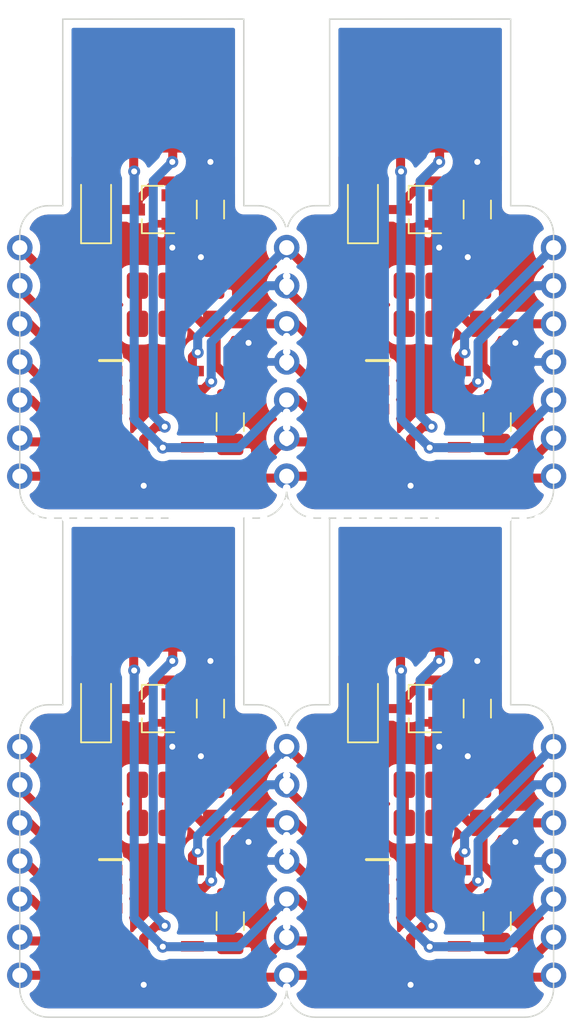
<source format=kicad_pcb>
(kicad_pcb (version 20171130) (host pcbnew 5.1.5-52549c5~86~ubuntu18.04.1)
  (layers (0 F.Cu signal) (31 B.Cu signal) (34 B.Paste user) (35 F.Paste user) (36 B.SilkS user) (37 F.SilkS user) (38 B.Mask user) (39 F.Mask user) (44 Edge.Cuts user))
  (net 0 "")
  (net 1 Board_1-+3V3)
  (net 2 Board_1-/PA02)
  (net 3 Board_1-/PA04)
  (net 4 Board_1-/PA05)
  (net 5 Board_1-/PA08)
  (net 6 Board_1-/PA09)
  (net 7 Board_1-/PA14)
  (net 8 Board_1-/PA15)
  (net 9 Board_1-/PA24)
  (net 10 Board_1-/PA25)
  (net 11 Board_1-/PA28)
  (net 12 Board_1-/PA30)
  (net 13 Board_1-/PA31)
  (net 14 Board_1-GND)
  (net 15 "Board_1-Net-(C2-Pad1)")
  (net 16 "Board_1-Net-(D1-Pad1)")
  (net 17 "Board_1-Net-(D2-Pad1)")
  (net 18 Board_1-VBUS)
  (net 19 Board_2-+3V3)
  (net 20 Board_2-/PA02)
  (net 21 Board_2-/PA04)
  (net 22 Board_2-/PA05)
  (net 23 Board_2-/PA08)
  (net 24 Board_2-/PA09)
  (net 25 Board_2-/PA14)
  (net 26 Board_2-/PA15)
  (net 27 Board_2-/PA24)
  (net 28 Board_2-/PA25)
  (net 29 Board_2-/PA28)
  (net 30 Board_2-/PA30)
  (net 31 Board_2-/PA31)
  (net 32 Board_2-GND)
  (net 33 "Board_2-Net-(C2-Pad1)")
  (net 34 "Board_2-Net-(D1-Pad1)")
  (net 35 "Board_2-Net-(D2-Pad1)")
  (net 36 Board_2-VBUS)
  (net 37 Board_3-+3V3)
  (net 38 Board_3-/PA02)
  (net 39 Board_3-/PA04)
  (net 40 Board_3-/PA05)
  (net 41 Board_3-/PA08)
  (net 42 Board_3-/PA09)
  (net 43 Board_3-/PA14)
  (net 44 Board_3-/PA15)
  (net 45 Board_3-/PA24)
  (net 46 Board_3-/PA25)
  (net 47 Board_3-/PA28)
  (net 48 Board_3-/PA30)
  (net 49 Board_3-/PA31)
  (net 50 Board_3-GND)
  (net 51 "Board_3-Net-(C2-Pad1)")
  (net 52 "Board_3-Net-(D1-Pad1)")
  (net 53 "Board_3-Net-(D2-Pad1)")
  (net 54 Board_3-VBUS)
  (net 55 Board_4-+3V3)
  (net 56 Board_4-/PA02)
  (net 57 Board_4-/PA04)
  (net 58 Board_4-/PA05)
  (net 59 Board_4-/PA08)
  (net 60 Board_4-/PA09)
  (net 61 Board_4-/PA14)
  (net 62 Board_4-/PA15)
  (net 63 Board_4-/PA24)
  (net 64 Board_4-/PA25)
  (net 65 Board_4-/PA28)
  (net 66 Board_4-/PA30)
  (net 67 Board_4-/PA31)
  (net 68 Board_4-GND)
  (net 69 "Board_4-Net-(C2-Pad1)")
  (net 70 "Board_4-Net-(D1-Pad1)")
  (net 71 "Board_4-Net-(D2-Pad1)")
  (net 72 Board_4-VBUS)
  (module NPTH (layer F.Cu) (at 67.780013 50)
    (fp_text reference REF** hide)
    (fp_text value NPTH hide)
    (pad "" np_thru_hole circle (at 0 0) (size 0.5 0.5) (drill 0.5) (layers *.Cu *.Mask))
  )
  (module NPTH (layer F.Cu) (at 67.780013 51.008303)
    (fp_text reference REF** hide)
    (fp_text value NPTH hide)
    (pad "" np_thru_hole circle (at 0 0) (size 0.5 0.5) (drill 0.5) (layers *.Cu *.Mask))
  )
  (module NPTH (layer F.Cu) (at 67.780013 52.016606)
    (fp_text reference REF** hide)
    (fp_text value NPTH hide)
    (pad "" np_thru_hole circle (at 0 0) (size 0.5 0.5) (drill 0.5) (layers *.Cu *.Mask))
  )
  (module NPTH (layer F.Cu) (at 67.780013 53.02491)
    (fp_text reference REF** hide)
    (fp_text value NPTH hide)
    (pad "" np_thru_hole circle (at 0 0) (size 0.5 0.5) (drill 0.5) (layers *.Cu *.Mask))
  )
  (module NPTH (layer F.Cu) (at 67.780013 54.033213)
    (fp_text reference REF** hide)
    (fp_text value NPTH hide)
    (pad "" np_thru_hole circle (at 0 0) (size 0.5 0.5) (drill 0.5) (layers *.Cu *.Mask))
  )
  (module NPTH (layer F.Cu) (at 67.780013 55.041517)
    (fp_text reference REF** hide)
    (fp_text value NPTH hide)
    (pad "" np_thru_hole circle (at 0 0) (size 0.5 0.5) (drill 0.5) (layers *.Cu *.Mask))
  )
  (module NPTH (layer F.Cu) (at 67.780013 56.04982)
    (fp_text reference REF** hide)
    (fp_text value NPTH hide)
    (pad "" np_thru_hole circle (at 0 0) (size 0.5 0.5) (drill 0.5) (layers *.Cu *.Mask))
  )
  (module NPTH (layer F.Cu) (at 67.780013 57.058123)
    (fp_text reference REF** hide)
    (fp_text value NPTH hide)
    (pad "" np_thru_hole circle (at 0 0) (size 0.5 0.5) (drill 0.5) (layers *.Cu *.Mask))
  )
  (module NPTH (layer F.Cu) (at 67.780013 58.066427)
    (fp_text reference REF** hide)
    (fp_text value NPTH hide)
    (pad "" np_thru_hole circle (at 0 0) (size 0.5 0.5) (drill 0.5) (layers *.Cu *.Mask))
  )
  (module NPTH (layer F.Cu) (at 67.780013 59.07473)
    (fp_text reference REF** hide)
    (fp_text value NPTH hide)
    (pad "" np_thru_hole circle (at 0 0) (size 0.5 0.5) (drill 0.5) (layers *.Cu *.Mask))
  )
  (module NPTH (layer F.Cu) (at 67.780013 60.083034)
    (fp_text reference REF** hide)
    (fp_text value NPTH hide)
    (pad "" np_thru_hole circle (at 0 0) (size 0.5 0.5) (drill 0.5) (layers *.Cu *.Mask))
  )
  (module NPTH (layer F.Cu) (at 67.780013 61.091337)
    (fp_text reference REF** hide)
    (fp_text value NPTH hide)
    (pad "" np_thru_hole circle (at 0 0) (size 0.5 0.5) (drill 0.5) (layers *.Cu *.Mask))
  )
  (module NPTH (layer F.Cu) (at 67.780013 62.099641)
    (fp_text reference REF** hide)
    (fp_text value NPTH hide)
    (pad "" np_thru_hole circle (at 0 0) (size 0.5 0.5) (drill 0.5) (layers *.Cu *.Mask))
  )
  (module NPTH (layer F.Cu) (at 67.780013 63.107944)
    (fp_text reference REF** hide)
    (fp_text value NPTH hide)
    (pad "" np_thru_hole circle (at 0 0) (size 0.5 0.5) (drill 0.5) (layers *.Cu *.Mask))
  )
  (module NPTH (layer F.Cu) (at 67.780013 64.116247)
    (fp_text reference REF** hide)
    (fp_text value NPTH hide)
    (pad "" np_thru_hole circle (at 0 0) (size 0.5 0.5) (drill 0.5) (layers *.Cu *.Mask))
  )
  (module NPTH (layer F.Cu) (at 67.780013 65.124551)
    (fp_text reference REF** hide)
    (fp_text value NPTH hide)
    (pad "" np_thru_hole circle (at 0 0) (size 0.5 0.5) (drill 0.5) (layers *.Cu *.Mask))
  )
  (module NPTH (layer F.Cu) (at 67.780013 66.132854)
    (fp_text reference REF** hide)
    (fp_text value NPTH hide)
    (pad "" np_thru_hole circle (at 0 0) (size 0.5 0.5) (drill 0.5) (layers *.Cu *.Mask))
  )
  (module NPTH (layer F.Cu) (at 67.780013 67.141158)
    (fp_text reference REF** hide)
    (fp_text value NPTH hide)
    (pad "" np_thru_hole circle (at 0 0) (size 0.5 0.5) (drill 0.5) (layers *.Cu *.Mask))
  )
  (module NPTH (layer F.Cu) (at 67.780013 68.149461)
    (fp_text reference REF** hide)
    (fp_text value NPTH hide)
    (pad "" np_thru_hole circle (at 0 0) (size 0.5 0.5) (drill 0.5) (layers *.Cu *.Mask))
  )
  (module NPTH (layer F.Cu) (at 67.780013 69.157765)
    (fp_text reference REF** hide)
    (fp_text value NPTH hide)
    (pad "" np_thru_hole circle (at 0 0) (size 0.5 0.5) (drill 0.5) (layers *.Cu *.Mask))
  )
  (module NPTH (layer F.Cu) (at 67.780013 70.166068)
    (fp_text reference REF** hide)
    (fp_text value NPTH hide)
    (pad "" np_thru_hole circle (at 0 0) (size 0.5 0.5) (drill 0.5) (layers *.Cu *.Mask))
  )
  (module NPTH (layer F.Cu) (at 67.780013 71.174371)
    (fp_text reference REF** hide)
    (fp_text value NPTH hide)
    (pad "" np_thru_hole circle (at 0 0) (size 0.5 0.5) (drill 0.5) (layers *.Cu *.Mask))
  )
  (module NPTH (layer F.Cu) (at 67.780013 72.182675)
    (fp_text reference REF** hide)
    (fp_text value NPTH hide)
    (pad "" np_thru_hole circle (at 0 0) (size 0.5 0.5) (drill 0.5) (layers *.Cu *.Mask))
  )
  (module NPTH (layer F.Cu) (at 67.780013 73.190978)
    (fp_text reference REF** hide)
    (fp_text value NPTH hide)
    (pad "" np_thru_hole circle (at 0 0) (size 0.5 0.5) (drill 0.5) (layers *.Cu *.Mask))
  )
  (module NPTH (layer F.Cu) (at 67.780013 74.199282)
    (fp_text reference REF** hide)
    (fp_text value NPTH hide)
    (pad "" np_thru_hole circle (at 0 0) (size 0.5 0.5) (drill 0.5) (layers *.Cu *.Mask))
  )
  (module NPTH (layer F.Cu) (at 67.780013 75.207585)
    (fp_text reference REF** hide)
    (fp_text value NPTH hide)
    (pad "" np_thru_hole circle (at 0 0) (size 0.5 0.5) (drill 0.5) (layers *.Cu *.Mask))
  )
  (module NPTH (layer F.Cu) (at 67.780013 76.215889)
    (fp_text reference REF** hide)
    (fp_text value NPTH hide)
    (pad "" np_thru_hole circle (at 0 0) (size 0.5 0.5) (drill 0.5) (layers *.Cu *.Mask))
  )
  (module NPTH (layer F.Cu) (at 67.780013 77.224192)
    (fp_text reference REF** hide)
    (fp_text value NPTH hide)
    (pad "" np_thru_hole circle (at 0 0) (size 0.5 0.5) (drill 0.5) (layers *.Cu *.Mask))
  )
  (module NPTH (layer F.Cu) (at 67.780013 78.232495)
    (fp_text reference REF** hide)
    (fp_text value NPTH hide)
    (pad "" np_thru_hole circle (at 0 0) (size 0.5 0.5) (drill 0.5) (layers *.Cu *.Mask))
  )
  (module NPTH (layer F.Cu) (at 67.780013 79.240799)
    (fp_text reference REF** hide)
    (fp_text value NPTH hide)
    (pad "" np_thru_hole circle (at 0 0) (size 0.5 0.5) (drill 0.5) (layers *.Cu *.Mask))
  )
  (module NPTH (layer F.Cu) (at 67.780013 80.249102)
    (fp_text reference REF** hide)
    (fp_text value NPTH hide)
    (pad "" np_thru_hole circle (at 0 0) (size 0.5 0.5) (drill 0.5) (layers *.Cu *.Mask))
  )
  (module NPTH (layer F.Cu) (at 67.780013 81.257406)
    (fp_text reference REF** hide)
    (fp_text value NPTH hide)
    (pad "" np_thru_hole circle (at 0 0) (size 0.5 0.5) (drill 0.5) (layers *.Cu *.Mask))
  )
  (module NPTH (layer F.Cu) (at 67.780013 82.265709)
    (fp_text reference REF** hide)
    (fp_text value NPTH hide)
    (pad "" np_thru_hole circle (at 0 0) (size 0.5 0.5) (drill 0.5) (layers *.Cu *.Mask))
  )
  (module NPTH (layer F.Cu) (at 67.780013 83.274013)
    (fp_text reference REF** hide)
    (fp_text value NPTH hide)
    (pad "" np_thru_hole circle (at 0 0) (size 0.5 0.5) (drill 0.5) (layers *.Cu *.Mask))
  )
  (module NPTH (layer F.Cu) (at 67.780013 84.282316)
    (fp_text reference REF** hide)
    (fp_text value NPTH hide)
    (pad "" np_thru_hole circle (at 0 0) (size 0.5 0.5) (drill 0.5) (layers *.Cu *.Mask))
  )
  (module NPTH (layer F.Cu) (at 67.780013 85.290619)
    (fp_text reference REF** hide)
    (fp_text value NPTH hide)
    (pad "" np_thru_hole circle (at 0 0) (size 0.5 0.5) (drill 0.5) (layers *.Cu *.Mask))
  )
  (module NPTH (layer F.Cu) (at 67.780013 86.298923)
    (fp_text reference REF** hide)
    (fp_text value NPTH hide)
    (pad "" np_thru_hole circle (at 0 0) (size 0.5 0.5) (drill 0.5) (layers *.Cu *.Mask))
  )
  (module NPTH (layer F.Cu) (at 67.780013 87.307226)
    (fp_text reference REF** hide)
    (fp_text value NPTH hide)
    (pad "" np_thru_hole circle (at 0 0) (size 0.5 0.5) (drill 0.5) (layers *.Cu *.Mask))
  )
  (module NPTH (layer F.Cu) (at 67.780013 88.31553)
    (fp_text reference REF** hide)
    (fp_text value NPTH hide)
    (pad "" np_thru_hole circle (at 0 0) (size 0.5 0.5) (drill 0.5) (layers *.Cu *.Mask))
  )
  (module NPTH (layer F.Cu) (at 67.780013 89.323833)
    (fp_text reference REF** hide)
    (fp_text value NPTH hide)
    (pad "" np_thru_hole circle (at 0 0) (size 0.5 0.5) (drill 0.5) (layers *.Cu *.Mask))
  )
  (module NPTH (layer F.Cu) (at 67.780013 90.332136)
    (fp_text reference REF** hide)
    (fp_text value NPTH hide)
    (pad "" np_thru_hole circle (at 0 0) (size 0.5 0.5) (drill 0.5) (layers *.Cu *.Mask))
  )
  (module NPTH (layer F.Cu) (at 67.780013 91.34044)
    (fp_text reference REF** hide)
    (fp_text value NPTH hide)
    (pad "" np_thru_hole circle (at 0 0) (size 0.5 0.5) (drill 0.5) (layers *.Cu *.Mask))
  )
  (module NPTH (layer F.Cu) (at 67.780013 92.348743)
    (fp_text reference REF** hide)
    (fp_text value NPTH hide)
    (pad "" np_thru_hole circle (at 0 0) (size 0.5 0.5) (drill 0.5) (layers *.Cu *.Mask))
  )
  (module NPTH (layer F.Cu) (at 67.780013 93.357047)
    (fp_text reference REF** hide)
    (fp_text value NPTH hide)
    (pad "" np_thru_hole circle (at 0 0) (size 0.5 0.5) (drill 0.5) (layers *.Cu *.Mask))
  )
  (module NPTH (layer F.Cu) (at 67.780013 94.36535)
    (fp_text reference REF** hide)
    (fp_text value NPTH hide)
    (pad "" np_thru_hole circle (at 0 0) (size 0.5 0.5) (drill 0.5) (layers *.Cu *.Mask))
  )
  (module NPTH (layer F.Cu) (at 67.780013 95.373654)
    (fp_text reference REF** hide)
    (fp_text value NPTH hide)
    (pad "" np_thru_hole circle (at 0 0) (size 0.5 0.5) (drill 0.5) (layers *.Cu *.Mask))
  )
  (module NPTH (layer F.Cu) (at 67.780013 96.381957)
    (fp_text reference REF** hide)
    (fp_text value NPTH hide)
    (pad "" np_thru_hole circle (at 0 0) (size 0.5 0.5) (drill 0.5) (layers *.Cu *.Mask))
  )
  (module NPTH (layer F.Cu) (at 67.780013 97.39026)
    (fp_text reference REF** hide)
    (fp_text value NPTH hide)
    (pad "" np_thru_hole circle (at 0 0) (size 0.5 0.5) (drill 0.5) (layers *.Cu *.Mask))
  )
  (module NPTH (layer F.Cu) (at 67.780013 98.398564)
    (fp_text reference REF** hide)
    (fp_text value NPTH hide)
    (pad "" np_thru_hole circle (at 0 0) (size 0.5 0.5) (drill 0.5) (layers *.Cu *.Mask))
  )
  (module NPTH (layer F.Cu) (at 67.780013 99.406867)
    (fp_text reference REF** hide)
    (fp_text value NPTH hide)
    (pad "" np_thru_hole circle (at 0 0) (size 0.5 0.5) (drill 0.5) (layers *.Cu *.Mask))
  )
  (module NPTH (layer F.Cu) (at 67.780013 100.415171)
    (fp_text reference REF** hide)
    (fp_text value NPTH hide)
    (pad "" np_thru_hole circle (at 0 0) (size 0.5 0.5) (drill 0.5) (layers *.Cu *.Mask))
  )
  (module NPTH (layer F.Cu) (at 67.780013 101.423474)
    (fp_text reference REF** hide)
    (fp_text value NPTH hide)
    (pad "" np_thru_hole circle (at 0 0) (size 0.5 0.5) (drill 0.5) (layers *.Cu *.Mask))
  )
  (module NPTH (layer F.Cu) (at 67.780013 102.431778)
    (fp_text reference REF** hide)
    (fp_text value NPTH hide)
    (pad "" np_thru_hole circle (at 0 0) (size 0.5 0.5) (drill 0.5) (layers *.Cu *.Mask))
  )
  (module NPTH (layer F.Cu) (at 67.780013 103.440081)
    (fp_text reference REF** hide)
    (fp_text value NPTH hide)
    (pad "" np_thru_hole circle (at 0 0) (size 0.5 0.5) (drill 0.5) (layers *.Cu *.Mask))
  )
  (module NPTH (layer F.Cu) (at 67.780013 104.448384)
    (fp_text reference REF** hide)
    (fp_text value NPTH hide)
    (pad "" np_thru_hole circle (at 0 0) (size 0.5 0.5) (drill 0.5) (layers *.Cu *.Mask))
  )
  (module NPTH (layer F.Cu) (at 67.780013 105.456688)
    (fp_text reference REF** hide)
    (fp_text value NPTH hide)
    (pad "" np_thru_hole circle (at 0 0) (size 0.5 0.5) (drill 0.5) (layers *.Cu *.Mask))
  )
  (module NPTH (layer F.Cu) (at 67.780013 106.464991)
    (fp_text reference REF** hide)
    (fp_text value NPTH hide)
    (pad "" np_thru_hole circle (at 0 0) (size 0.5 0.5) (drill 0.5) (layers *.Cu *.Mask))
  )
  (module NPTH (layer F.Cu) (at 67.780013 107.473295)
    (fp_text reference REF** hide)
    (fp_text value NPTH hide)
    (pad "" np_thru_hole circle (at 0 0) (size 0.5 0.5) (drill 0.5) (layers *.Cu *.Mask))
  )
  (module NPTH (layer F.Cu) (at 67.780013 108.481598)
    (fp_text reference REF** hide)
    (fp_text value NPTH hide)
    (pad "" np_thru_hole circle (at 0 0) (size 0.5 0.5) (drill 0.5) (layers *.Cu *.Mask))
  )
  (module NPTH (layer F.Cu) (at 67.780013 109.489902)
    (fp_text reference REF** hide)
    (fp_text value NPTH hide)
    (pad "" np_thru_hole circle (at 0 0) (size 0.5 0.5) (drill 0.5) (layers *.Cu *.Mask))
  )
  (module NPTH (layer F.Cu) (at 67.780013 110.498205)
    (fp_text reference REF** hide)
    (fp_text value NPTH hide)
    (pad "" np_thru_hole circle (at 0 0) (size 0.5 0.5) (drill 0.5) (layers *.Cu *.Mask))
  )
  (module NPTH (layer F.Cu) (at 67.780013 111.506508)
    (fp_text reference REF** hide)
    (fp_text value NPTH hide)
    (pad "" np_thru_hole circle (at 0 0) (size 0.5 0.5) (drill 0.5) (layers *.Cu *.Mask))
  )
  (module NPTH (layer F.Cu) (at 67.780013 112.514812)
    (fp_text reference REF** hide)
    (fp_text value NPTH hide)
    (pad "" np_thru_hole circle (at 0 0) (size 0.5 0.5) (drill 0.5) (layers *.Cu *.Mask))
  )
  (module NPTH (layer F.Cu) (at 67.780013 113.523115)
    (fp_text reference REF** hide)
    (fp_text value NPTH hide)
    (pad "" np_thru_hole circle (at 0 0) (size 0.5 0.5) (drill 0.5) (layers *.Cu *.Mask))
  )
  (module NPTH (layer F.Cu) (at 67.780013 114.531419)
    (fp_text reference REF** hide)
    (fp_text value NPTH hide)
    (pad "" np_thru_hole circle (at 0 0) (size 0.5 0.5) (drill 0.5) (layers *.Cu *.Mask))
  )
  (module NPTH (layer F.Cu) (at 67.780013 115.539722)
    (fp_text reference REF** hide)
    (fp_text value NPTH hide)
    (pad "" np_thru_hole circle (at 0 0) (size 0.5 0.5) (drill 0.5) (layers *.Cu *.Mask))
  )
  (module NPTH (layer F.Cu) (at 67.780013 116.548026)
    (fp_text reference REF** hide)
    (fp_text value NPTH hide)
    (pad "" np_thru_hole circle (at 0 0) (size 0.5 0.5) (drill 0.5) (layers *.Cu *.Mask))
  )
  (module NPTH (layer F.Cu) (at 85.560026 83.274013)
    (fp_text reference REF** hide)
    (fp_text value NPTH hide)
    (pad "" np_thru_hole circle (at 0 0) (size 0.5 0.5) (drill 0.5) (layers *.Cu *.Mask))
  )
  (module NPTH (layer F.Cu) (at 84.544025 83.274013)
    (fp_text reference REF** hide)
    (fp_text value NPTH hide)
    (pad "" np_thru_hole circle (at 0 0) (size 0.5 0.5) (drill 0.5) (layers *.Cu *.Mask))
  )
  (module NPTH (layer F.Cu) (at 83.528024 83.274013)
    (fp_text reference REF** hide)
    (fp_text value NPTH hide)
    (pad "" np_thru_hole circle (at 0 0) (size 0.5 0.5) (drill 0.5) (layers *.Cu *.Mask))
  )
  (module NPTH (layer F.Cu) (at 82.512023 83.274013)
    (fp_text reference REF** hide)
    (fp_text value NPTH hide)
    (pad "" np_thru_hole circle (at 0 0) (size 0.5 0.5) (drill 0.5) (layers *.Cu *.Mask))
  )
  (module NPTH (layer F.Cu) (at 81.496023 83.274013)
    (fp_text reference REF** hide)
    (fp_text value NPTH hide)
    (pad "" np_thru_hole circle (at 0 0) (size 0.5 0.5) (drill 0.5) (layers *.Cu *.Mask))
  )
  (module NPTH (layer F.Cu) (at 80.480022 83.274013)
    (fp_text reference REF** hide)
    (fp_text value NPTH hide)
    (pad "" np_thru_hole circle (at 0 0) (size 0.5 0.5) (drill 0.5) (layers *.Cu *.Mask))
  )
  (module NPTH (layer F.Cu) (at 79.464021 83.274013)
    (fp_text reference REF** hide)
    (fp_text value NPTH hide)
    (pad "" np_thru_hole circle (at 0 0) (size 0.5 0.5) (drill 0.5) (layers *.Cu *.Mask))
  )
  (module NPTH (layer F.Cu) (at 78.44802 83.274013)
    (fp_text reference REF** hide)
    (fp_text value NPTH hide)
    (pad "" np_thru_hole circle (at 0 0) (size 0.5 0.5) (drill 0.5) (layers *.Cu *.Mask))
  )
  (module NPTH (layer F.Cu) (at 77.43202 83.274013)
    (fp_text reference REF** hide)
    (fp_text value NPTH hide)
    (pad "" np_thru_hole circle (at 0 0) (size 0.5 0.5) (drill 0.5) (layers *.Cu *.Mask))
  )
  (module NPTH (layer F.Cu) (at 76.416019 83.274013)
    (fp_text reference REF** hide)
    (fp_text value NPTH hide)
    (pad "" np_thru_hole circle (at 0 0) (size 0.5 0.5) (drill 0.5) (layers *.Cu *.Mask))
  )
  (module NPTH (layer F.Cu) (at 75.400018 83.274013)
    (fp_text reference REF** hide)
    (fp_text value NPTH hide)
    (pad "" np_thru_hole circle (at 0 0) (size 0.5 0.5) (drill 0.5) (layers *.Cu *.Mask))
  )
  (module NPTH (layer F.Cu) (at 74.384017 83.274013)
    (fp_text reference REF** hide)
    (fp_text value NPTH hide)
    (pad "" np_thru_hole circle (at 0 0) (size 0.5 0.5) (drill 0.5) (layers *.Cu *.Mask))
  )
  (module NPTH (layer F.Cu) (at 73.368017 83.274013)
    (fp_text reference REF** hide)
    (fp_text value NPTH hide)
    (pad "" np_thru_hole circle (at 0 0) (size 0.5 0.5) (drill 0.5) (layers *.Cu *.Mask))
  )
  (module NPTH (layer F.Cu) (at 72.352016 83.274013)
    (fp_text reference REF** hide)
    (fp_text value NPTH hide)
    (pad "" np_thru_hole circle (at 0 0) (size 0.5 0.5) (drill 0.5) (layers *.Cu *.Mask))
  )
  (module NPTH (layer F.Cu) (at 71.336015 83.274013)
    (fp_text reference REF** hide)
    (fp_text value NPTH hide)
    (pad "" np_thru_hole circle (at 0 0) (size 0.5 0.5) (drill 0.5) (layers *.Cu *.Mask))
  )
  (module NPTH (layer F.Cu) (at 70.320014 83.274013)
    (fp_text reference REF** hide)
    (fp_text value NPTH hide)
    (pad "" np_thru_hole circle (at 0 0) (size 0.5 0.5) (drill 0.5) (layers *.Cu *.Mask))
  )
  (module NPTH (layer F.Cu) (at 69.304014 83.274013)
    (fp_text reference REF** hide)
    (fp_text value NPTH hide)
    (pad "" np_thru_hole circle (at 0 0) (size 0.5 0.5) (drill 0.5) (layers *.Cu *.Mask))
  )
  (module NPTH (layer F.Cu) (at 68.288013 83.274013)
    (fp_text reference REF** hide)
    (fp_text value NPTH hide)
    (pad "" np_thru_hole circle (at 0 0) (size 0.5 0.5) (drill 0.5) (layers *.Cu *.Mask))
  )
  (module NPTH (layer F.Cu) (at 67.272012 83.274013)
    (fp_text reference REF** hide)
    (fp_text value NPTH hide)
    (pad "" np_thru_hole circle (at 0 0) (size 0.5 0.5) (drill 0.5) (layers *.Cu *.Mask))
  )
  (module NPTH (layer F.Cu) (at 66.256011 83.274013)
    (fp_text reference REF** hide)
    (fp_text value NPTH hide)
    (pad "" np_thru_hole circle (at 0 0) (size 0.5 0.5) (drill 0.5) (layers *.Cu *.Mask))
  )
  (module NPTH (layer F.Cu) (at 65.240011 83.274013)
    (fp_text reference REF** hide)
    (fp_text value NPTH hide)
    (pad "" np_thru_hole circle (at 0 0) (size 0.5 0.5) (drill 0.5) (layers *.Cu *.Mask))
  )
  (module NPTH (layer F.Cu) (at 64.22401 83.274013)
    (fp_text reference REF** hide)
    (fp_text value NPTH hide)
    (pad "" np_thru_hole circle (at 0 0) (size 0.5 0.5) (drill 0.5) (layers *.Cu *.Mask))
  )
  (module NPTH (layer F.Cu) (at 63.208009 83.274013)
    (fp_text reference REF** hide)
    (fp_text value NPTH hide)
    (pad "" np_thru_hole circle (at 0 0) (size 0.5 0.5) (drill 0.5) (layers *.Cu *.Mask))
  )
  (module NPTH (layer F.Cu) (at 62.192008 83.274013)
    (fp_text reference REF** hide)
    (fp_text value NPTH hide)
    (pad "" np_thru_hole circle (at 0 0) (size 0.5 0.5) (drill 0.5) (layers *.Cu *.Mask))
  )
  (module NPTH (layer F.Cu) (at 61.176008 83.274013)
    (fp_text reference REF** hide)
    (fp_text value NPTH hide)
    (pad "" np_thru_hole circle (at 0 0) (size 0.5 0.5) (drill 0.5) (layers *.Cu *.Mask))
  )
  (module NPTH (layer F.Cu) (at 60.160007 83.274013)
    (fp_text reference REF** hide)
    (fp_text value NPTH hide)
    (pad "" np_thru_hole circle (at 0 0) (size 0.5 0.5) (drill 0.5) (layers *.Cu *.Mask))
  )
  (module NPTH (layer F.Cu) (at 59.144006 83.274013)
    (fp_text reference REF** hide)
    (fp_text value NPTH hide)
    (pad "" np_thru_hole circle (at 0 0) (size 0.5 0.5) (drill 0.5) (layers *.Cu *.Mask))
  )
  (module NPTH (layer F.Cu) (at 58.128005 83.274013)
    (fp_text reference REF** hide)
    (fp_text value NPTH hide)
    (pad "" np_thru_hole circle (at 0 0) (size 0.5 0.5) (drill 0.5) (layers *.Cu *.Mask))
  )
  (module NPTH (layer F.Cu) (at 57.112005 83.274013)
    (fp_text reference REF** hide)
    (fp_text value NPTH hide)
    (pad "" np_thru_hole circle (at 0 0) (size 0.5 0.5) (drill 0.5) (layers *.Cu *.Mask))
  )
  (module NPTH (layer F.Cu) (at 56.096004 83.274013)
    (fp_text reference REF** hide)
    (fp_text value NPTH hide)
    (pad "" np_thru_hole circle (at 0 0) (size 0.5 0.5) (drill 0.5) (layers *.Cu *.Mask))
  )
  (module NPTH (layer F.Cu) (at 55.080003 83.274013)
    (fp_text reference REF** hide)
    (fp_text value NPTH hide)
    (pad "" np_thru_hole circle (at 0 0) (size 0.5 0.5) (drill 0.5) (layers *.Cu *.Mask))
  )
  (module NPTH (layer F.Cu) (at 54.064002 83.274013)
    (fp_text reference REF** hide)
    (fp_text value NPTH hide)
    (pad "" np_thru_hole circle (at 0 0) (size 0.5 0.5) (drill 0.5) (layers *.Cu *.Mask))
  )
  (module NPTH (layer F.Cu) (at 53.048002 83.274013)
    (fp_text reference REF** hide)
    (fp_text value NPTH hide)
    (pad "" np_thru_hole circle (at 0 0) (size 0.5 0.5) (drill 0.5) (layers *.Cu *.Mask))
  )
  (module NPTH (layer F.Cu) (at 52.032001 83.274013)
    (fp_text reference REF** hide)
    (fp_text value NPTH hide)
    (pad "" np_thru_hole circle (at 0 0) (size 0.5 0.5) (drill 0.5) (layers *.Cu *.Mask))
  )
  (module NPTH (layer F.Cu) (at 51.016 83.274013)
    (fp_text reference REF** hide)
    (fp_text value NPTH hide)
    (pad "" np_thru_hole circle (at 0 0) (size 0.5 0.5) (drill 0.5) (layers *.Cu *.Mask))
  )
  (module NPTH (layer F.Cu) (at 50 83.274013)
    (fp_text reference REF** hide)
    (fp_text value NPTH hide)
    (pad "" np_thru_hole circle (at 0 0) (size 0.5 0.5) (drill 0.5) (layers *.Cu *.Mask))
  )
  (module Connector_USB:USB_A_Plug_PCB (layer F.Cu) (at 76.670014 83.274014 180)
    (fp_text reference U2 hide)
    (fp_text value USB_A_Plug_PCB hide)
    (pad 1 connect rect (at 3.81 -4.9 180) (size 1.9 8) (layers F.Cu F.Mask) (net 72 Board_4-VBUS))
    (pad 4 connect rect (at -3.81 -4.9 180) (size 1.9 8) (layers F.Cu F.Mask) (net 68 Board_4-GND))
    (pad 3 connect rect (at -1.3 -5.15 180) (size 2 7.5) (layers F.Cu F.Mask) (net 63 Board_4-/PA24))
    (pad 2 connect rect (at 1.3 -5.15 180) (size 2 7.5) (layers F.Cu F.Mask) (net 64 Board_4-/PA25))
  )
  (module Package_TO_SOT_SMD:SOT-23 (layer F.Cu) (at 76.670014 95.974014 180)
    (fp_text reference U1 hide)
    (fp_text value MCP1700-3302E_SOT23 hide)
    (pad 1 smd rect (at -1 -0.95 180) (size 0.9 0.8) (layers F.Cu F.Paste F.Mask) (net 68 Board_4-GND))
    (pad 2 smd rect (at -1 0.95 180) (size 0.9 0.8) (layers F.Cu F.Paste F.Mask) (net 55 Board_4-+3V3))
    (pad 3 smd rect (at 1 0 180) (size 0.9 0.8) (layers F.Cu F.Paste F.Mask) (net 69 "Board_4-Net-(C2-Pad1)"))
  )
  (module Diode_SMD:D_SOD-123 (layer F.Cu) (at 72.860014 95.974014 90)
    (fp_text reference D3 hide)
    (fp_text value MBRA140 hide)
    (pad 2 smd rect (at 1.65 0 90) (size 0.9 1.2) (layers F.Cu F.Paste F.Mask) (net 72 Board_4-VBUS))
    (pad 1 smd rect (at -1.65 0 90) (size 0.9 1.2) (layers F.Cu F.Paste F.Mask) (net 69 "Board_4-Net-(C2-Pad1)"))
  )
  (module Capacitor_SMD:C_1206_3216Metric_Pad1.42x1.75mm_HandSolder (layer F.Cu) (at 80.480014 95.974014 270)
    (fp_text reference C2 hide)
    (fp_text value 1uF)
    (pad 1 smd roundrect (at -1.4875 0 270) (size 1.425 1.75) (layers F.Cu F.Paste F.Mask) (roundrect_rratio 0.175439) (net 69 "Board_4-Net-(C2-Pad1)"))
    (pad 2 smd roundrect (at 1.4875 0 270) (size 1.425 1.75) (layers F.Cu F.Paste F.Mask) (roundrect_rratio 0.175439) (net 68 Board_4-GND))
  )
  (module SamD11_Breakout:PinHeader_1x07_P2.54mm_Vertical (layer F.Cu) (at 85.560014 98.514014)
    (fp_text reference J2 hide)
    (fp_text value Conn_01x07 hide)
    (pad 1 thru_hole circle (at 0 0) (size 1.7 1.7) (drill 1) (layers *.Cu *.Mask) (net 57 Board_4-/PA04))
    (pad 2 thru_hole oval (at 0 2.54) (size 1.7 1.7) (drill 1) (layers *.Cu *.Mask) (net 56 Board_4-/PA02))
    (pad 3 thru_hole oval (at 0 5.08) (size 1.7 1.7) (drill 1) (layers *.Cu *.Mask) (net 55 Board_4-+3V3))
    (pad 4 thru_hole oval (at 0 7.62) (size 1.7 1.7) (drill 1) (layers *.Cu *.Mask) (net 68 Board_4-GND))
    (pad 5 thru_hole oval (at 0 10.16) (size 1.7 1.7) (drill 1) (layers *.Cu *.Mask) (net 64 Board_4-/PA25))
    (pad 6 thru_hole oval (at 0 12.7) (size 1.7 1.7) (drill 1) (layers *.Cu *.Mask) (net 63 Board_4-/PA24))
    (pad 7 thru_hole oval (at 0 15.24) (size 1.7 1.7) (drill 1) (layers *.Cu *.Mask) (net 67 Board_4-/PA31))
  )
  (module SamD11_Breakout:SOIC127P600X175-14N (layer F.Cu) (at 76.568414 110.553614)
    (fp_text reference IC2)
    (fp_text value ATSAMD11C14A-SSUT hide)
    (pad 1 smd rect (at -2.712 -3.81 90) (size 0.7 1.525) (layers F.Cu F.Paste F.Mask) (net 58 Board_4-/PA05))
    (pad 2 smd rect (at -2.712 -2.54 90) (size 0.7 1.525) (layers F.Cu F.Paste F.Mask) (net 59 Board_4-/PA08))
    (pad 3 smd rect (at -2.712 -1.27 90) (size 0.7 1.525) (layers F.Cu F.Paste F.Mask) (net 60 Board_4-/PA09))
    (pad 4 smd rect (at -2.712 0 90) (size 0.7 1.525) (layers F.Cu F.Paste F.Mask) (net 61 Board_4-/PA14))
    (pad 5 smd rect (at -2.712 1.27 90) (size 0.7 1.525) (layers F.Cu F.Paste F.Mask) (net 62 Board_4-/PA15))
    (pad 6 smd rect (at -2.712 2.54 90) (size 0.7 1.525) (layers F.Cu F.Paste F.Mask) (net 65 Board_4-/PA28))
    (pad 7 smd rect (at -2.712 3.81 90) (size 0.7 1.525) (layers F.Cu F.Paste F.Mask) (net 66 Board_4-/PA30))
    (pad 8 smd rect (at 2.712 3.81 90) (size 0.7 1.525) (layers F.Cu F.Paste F.Mask) (net 67 Board_4-/PA31))
    (pad 9 smd rect (at 2.712 2.54 90) (size 0.7 1.525) (layers F.Cu F.Paste F.Mask) (net 63 Board_4-/PA24))
    (pad 10 smd rect (at 2.712 1.27 90) (size 0.7 1.525) (layers F.Cu F.Paste F.Mask) (net 64 Board_4-/PA25))
    (pad 11 smd rect (at 2.712 0 90) (size 0.7 1.525) (layers F.Cu F.Paste F.Mask) (net 68 Board_4-GND))
    (pad 12 smd rect (at 2.712 -1.27 90) (size 0.7 1.525) (layers F.Cu F.Paste F.Mask) (net 55 Board_4-+3V3))
    (pad 13 smd rect (at 2.712 -2.54 90) (size 0.7 1.525) (layers F.Cu F.Paste F.Mask) (net 56 Board_4-/PA02))
    (pad 14 smd rect (at 2.712 -3.81 90) (size 0.7 1.525) (layers F.Cu F.Paste F.Mask) (net 57 Board_4-/PA04))
  )
  (module SamD11_Breakout:R_1206_3216Metric_Pad1.42x1.75mm_HandSolder (layer F.Cu) (at 79.210014 101.054014)
    (fp_text reference R1 hide)
    (fp_text value 1K hide)
    (pad 2 smd roundrect (at 1.4875 0) (size 1.425 1.75) (layers F.Cu F.Paste F.Mask) (roundrect_rratio 0.175439) (net 68 Board_4-GND))
    (pad 1 smd roundrect (at -1.4875 0) (size 1.425 1.75) (layers F.Cu F.Paste F.Mask) (roundrect_rratio 0.175439) (net 70 "Board_4-Net-(D1-Pad1)"))
  )
  (module SamD11_Breakout:LED_1206_3216Metric_Pad1.42x1.75mm_HandSolder (layer F.Cu) (at 74.130014 103.594014 180)
    (fp_text reference D2 hide)
    (fp_text value LED hide)
    (pad 2 smd roundrect (at 1.4875 0 180) (size 1.425 1.75) (layers F.Cu F.Paste F.Mask) (roundrect_rratio 0.175439) (net 58 Board_4-/PA05))
    (pad 1 smd roundrect (at -1.4875 0 180) (size 1.425 1.75) (layers F.Cu F.Paste F.Mask) (roundrect_rratio 0.175439) (net 71 "Board_4-Net-(D2-Pad1)"))
  )
  (module SamD11_Breakout:R_1206_3216Metric_Pad1.42x1.75mm_HandSolder (layer F.Cu) (at 74.130014 101.054014 180)
    (fp_text reference R2 hide)
    (fp_text value 1K hide)
    (pad 2 smd roundrect (at 1.4875 0 180) (size 1.425 1.75) (layers F.Cu F.Paste F.Mask) (roundrect_rratio 0.175439) (net 68 Board_4-GND))
    (pad 1 smd roundrect (at -1.4875 0 180) (size 1.425 1.75) (layers F.Cu F.Paste F.Mask) (roundrect_rratio 0.175439) (net 71 "Board_4-Net-(D2-Pad1)"))
  )
  (module SamD11_Breakout:LED_1206_3216Metric_Pad1.42x1.75mm_HandSolder (layer F.Cu) (at 79.210014 103.594014)
    (fp_text reference D1 hide)
    (fp_text value POWER hide)
    (pad 2 smd roundrect (at 1.4875 0) (size 1.425 1.75) (layers F.Cu F.Paste F.Mask) (roundrect_rratio 0.175439) (net 55 Board_4-+3V3))
    (pad 1 smd roundrect (at -1.4875 0) (size 1.425 1.75) (layers F.Cu F.Paste F.Mask) (roundrect_rratio 0.175439) (net 70 "Board_4-Net-(D1-Pad1)"))
  )
  (module SamD11_Breakout:PinHeader_1x07_P2.54mm_Vertical (layer F.Cu) (at 67.780014 98.514014)
    (fp_text reference J1 hide)
    (fp_text value Conn_01x07 hide)
    (pad 1 thru_hole circle (at 0 0) (size 1.7 1.7) (drill 1) (layers *.Cu *.Mask) (net 58 Board_4-/PA05))
    (pad 2 thru_hole oval (at 0 2.54) (size 1.7 1.7) (drill 1) (layers *.Cu *.Mask) (net 59 Board_4-/PA08))
    (pad 3 thru_hole oval (at 0 5.08) (size 1.7 1.7) (drill 1) (layers *.Cu *.Mask) (net 60 Board_4-/PA09))
    (pad 4 thru_hole oval (at 0 7.62) (size 1.7 1.7) (drill 1) (layers *.Cu *.Mask) (net 61 Board_4-/PA14))
    (pad 5 thru_hole oval (at 0 10.16) (size 1.7 1.7) (drill 1) (layers *.Cu *.Mask) (net 62 Board_4-/PA15))
    (pad 6 thru_hole oval (at 0 12.7) (size 1.7 1.7) (drill 1) (layers *.Cu *.Mask) (net 65 Board_4-/PA28))
    (pad 7 thru_hole oval (at 0 15.24) (size 1.7 1.7) (drill 1) (layers *.Cu *.Mask) (net 66 Board_4-/PA30))
  )
  (module Capacitor_SMD:C_1206_3216Metric_Pad1.42x1.75mm_HandSolder (layer F.Cu) (at 81.800814 110.147214 270)
    (fp_text reference C1 hide)
    (fp_text value 0.1uF hide)
    (pad 2 smd roundrect (at 1.4875 0 270) (size 1.425 1.75) (layers F.Cu F.Paste F.Mask) (roundrect_rratio 0.175439) (net 68 Board_4-GND))
    (pad 1 smd roundrect (at -1.4875 0 270) (size 1.425 1.75) (layers F.Cu F.Paste F.Mask) (roundrect_rratio 0.175439) (net 55 Board_4-+3V3))
  )
  (module Connector_USB:USB_A_Plug_PCB (layer F.Cu) (at 58.890001 83.274014 180)
    (fp_text reference U2 hide)
    (fp_text value USB_A_Plug_PCB hide)
    (pad 1 connect rect (at 3.81 -4.9 180) (size 1.9 8) (layers F.Cu F.Mask) (net 54 Board_3-VBUS))
    (pad 4 connect rect (at -3.81 -4.9 180) (size 1.9 8) (layers F.Cu F.Mask) (net 50 Board_3-GND))
    (pad 3 connect rect (at -1.3 -5.15 180) (size 2 7.5) (layers F.Cu F.Mask) (net 45 Board_3-/PA24))
    (pad 2 connect rect (at 1.3 -5.15 180) (size 2 7.5) (layers F.Cu F.Mask) (net 46 Board_3-/PA25))
  )
  (module Package_TO_SOT_SMD:SOT-23 (layer F.Cu) (at 58.890001 95.974014 180)
    (fp_text reference U1 hide)
    (fp_text value MCP1700-3302E_SOT23 hide)
    (pad 1 smd rect (at -1 -0.95 180) (size 0.9 0.8) (layers F.Cu F.Paste F.Mask) (net 50 Board_3-GND))
    (pad 2 smd rect (at -1 0.95 180) (size 0.9 0.8) (layers F.Cu F.Paste F.Mask) (net 37 Board_3-+3V3))
    (pad 3 smd rect (at 1 0 180) (size 0.9 0.8) (layers F.Cu F.Paste F.Mask) (net 51 "Board_3-Net-(C2-Pad1)"))
  )
  (module Diode_SMD:D_SOD-123 (layer F.Cu) (at 55.080001 95.974014 90)
    (fp_text reference D3 hide)
    (fp_text value MBRA140 hide)
    (pad 2 smd rect (at 1.65 0 90) (size 0.9 1.2) (layers F.Cu F.Paste F.Mask) (net 54 Board_3-VBUS))
    (pad 1 smd rect (at -1.65 0 90) (size 0.9 1.2) (layers F.Cu F.Paste F.Mask) (net 51 "Board_3-Net-(C2-Pad1)"))
  )
  (module Capacitor_SMD:C_1206_3216Metric_Pad1.42x1.75mm_HandSolder (layer F.Cu) (at 62.700001 95.974014 270)
    (fp_text reference C2 hide)
    (fp_text value 1uF)
    (pad 1 smd roundrect (at -1.4875 0 270) (size 1.425 1.75) (layers F.Cu F.Paste F.Mask) (roundrect_rratio 0.175439) (net 51 "Board_3-Net-(C2-Pad1)"))
    (pad 2 smd roundrect (at 1.4875 0 270) (size 1.425 1.75) (layers F.Cu F.Paste F.Mask) (roundrect_rratio 0.175439) (net 50 Board_3-GND))
  )
  (module SamD11_Breakout:PinHeader_1x07_P2.54mm_Vertical (layer F.Cu) (at 67.780001 98.514014)
    (fp_text reference J2 hide)
    (fp_text value Conn_01x07 hide)
    (pad 1 thru_hole circle (at 0 0) (size 1.7 1.7) (drill 1) (layers *.Cu *.Mask) (net 39 Board_3-/PA04))
    (pad 2 thru_hole oval (at 0 2.54) (size 1.7 1.7) (drill 1) (layers *.Cu *.Mask) (net 38 Board_3-/PA02))
    (pad 3 thru_hole oval (at 0 5.08) (size 1.7 1.7) (drill 1) (layers *.Cu *.Mask) (net 37 Board_3-+3V3))
    (pad 4 thru_hole oval (at 0 7.62) (size 1.7 1.7) (drill 1) (layers *.Cu *.Mask) (net 50 Board_3-GND))
    (pad 5 thru_hole oval (at 0 10.16) (size 1.7 1.7) (drill 1) (layers *.Cu *.Mask) (net 46 Board_3-/PA25))
    (pad 6 thru_hole oval (at 0 12.7) (size 1.7 1.7) (drill 1) (layers *.Cu *.Mask) (net 45 Board_3-/PA24))
    (pad 7 thru_hole oval (at 0 15.24) (size 1.7 1.7) (drill 1) (layers *.Cu *.Mask) (net 49 Board_3-/PA31))
  )
  (module SamD11_Breakout:SOIC127P600X175-14N (layer F.Cu) (at 58.788401 110.553614)
    (fp_text reference IC2)
    (fp_text value ATSAMD11C14A-SSUT hide)
    (pad 1 smd rect (at -2.712 -3.81 90) (size 0.7 1.525) (layers F.Cu F.Paste F.Mask) (net 40 Board_3-/PA05))
    (pad 2 smd rect (at -2.712 -2.54 90) (size 0.7 1.525) (layers F.Cu F.Paste F.Mask) (net 41 Board_3-/PA08))
    (pad 3 smd rect (at -2.712 -1.27 90) (size 0.7 1.525) (layers F.Cu F.Paste F.Mask) (net 42 Board_3-/PA09))
    (pad 4 smd rect (at -2.712 0 90) (size 0.7 1.525) (layers F.Cu F.Paste F.Mask) (net 43 Board_3-/PA14))
    (pad 5 smd rect (at -2.712 1.27 90) (size 0.7 1.525) (layers F.Cu F.Paste F.Mask) (net 44 Board_3-/PA15))
    (pad 6 smd rect (at -2.712 2.54 90) (size 0.7 1.525) (layers F.Cu F.Paste F.Mask) (net 47 Board_3-/PA28))
    (pad 7 smd rect (at -2.712 3.81 90) (size 0.7 1.525) (layers F.Cu F.Paste F.Mask) (net 48 Board_3-/PA30))
    (pad 8 smd rect (at 2.712 3.81 90) (size 0.7 1.525) (layers F.Cu F.Paste F.Mask) (net 49 Board_3-/PA31))
    (pad 9 smd rect (at 2.712 2.54 90) (size 0.7 1.525) (layers F.Cu F.Paste F.Mask) (net 45 Board_3-/PA24))
    (pad 10 smd rect (at 2.712 1.27 90) (size 0.7 1.525) (layers F.Cu F.Paste F.Mask) (net 46 Board_3-/PA25))
    (pad 11 smd rect (at 2.712 0 90) (size 0.7 1.525) (layers F.Cu F.Paste F.Mask) (net 50 Board_3-GND))
    (pad 12 smd rect (at 2.712 -1.27 90) (size 0.7 1.525) (layers F.Cu F.Paste F.Mask) (net 37 Board_3-+3V3))
    (pad 13 smd rect (at 2.712 -2.54 90) (size 0.7 1.525) (layers F.Cu F.Paste F.Mask) (net 38 Board_3-/PA02))
    (pad 14 smd rect (at 2.712 -3.81 90) (size 0.7 1.525) (layers F.Cu F.Paste F.Mask) (net 39 Board_3-/PA04))
  )
  (module SamD11_Breakout:R_1206_3216Metric_Pad1.42x1.75mm_HandSolder (layer F.Cu) (at 61.430001 101.054014)
    (fp_text reference R1 hide)
    (fp_text value 1K hide)
    (pad 2 smd roundrect (at 1.4875 0) (size 1.425 1.75) (layers F.Cu F.Paste F.Mask) (roundrect_rratio 0.175439) (net 50 Board_3-GND))
    (pad 1 smd roundrect (at -1.4875 0) (size 1.425 1.75) (layers F.Cu F.Paste F.Mask) (roundrect_rratio 0.175439) (net 52 "Board_3-Net-(D1-Pad1)"))
  )
  (module SamD11_Breakout:LED_1206_3216Metric_Pad1.42x1.75mm_HandSolder (layer F.Cu) (at 56.350001 103.594014 180)
    (fp_text reference D2 hide)
    (fp_text value LED hide)
    (pad 2 smd roundrect (at 1.4875 0 180) (size 1.425 1.75) (layers F.Cu F.Paste F.Mask) (roundrect_rratio 0.175439) (net 40 Board_3-/PA05))
    (pad 1 smd roundrect (at -1.4875 0 180) (size 1.425 1.75) (layers F.Cu F.Paste F.Mask) (roundrect_rratio 0.175439) (net 53 "Board_3-Net-(D2-Pad1)"))
  )
  (module SamD11_Breakout:R_1206_3216Metric_Pad1.42x1.75mm_HandSolder (layer F.Cu) (at 56.350001 101.054014 180)
    (fp_text reference R2 hide)
    (fp_text value 1K hide)
    (pad 2 smd roundrect (at 1.4875 0 180) (size 1.425 1.75) (layers F.Cu F.Paste F.Mask) (roundrect_rratio 0.175439) (net 50 Board_3-GND))
    (pad 1 smd roundrect (at -1.4875 0 180) (size 1.425 1.75) (layers F.Cu F.Paste F.Mask) (roundrect_rratio 0.175439) (net 53 "Board_3-Net-(D2-Pad1)"))
  )
  (module SamD11_Breakout:LED_1206_3216Metric_Pad1.42x1.75mm_HandSolder (layer F.Cu) (at 61.430001 103.594014)
    (fp_text reference D1 hide)
    (fp_text value POWER hide)
    (pad 2 smd roundrect (at 1.4875 0) (size 1.425 1.75) (layers F.Cu F.Paste F.Mask) (roundrect_rratio 0.175439) (net 37 Board_3-+3V3))
    (pad 1 smd roundrect (at -1.4875 0) (size 1.425 1.75) (layers F.Cu F.Paste F.Mask) (roundrect_rratio 0.175439) (net 52 "Board_3-Net-(D1-Pad1)"))
  )
  (module SamD11_Breakout:PinHeader_1x07_P2.54mm_Vertical (layer F.Cu) (at 50.000001 98.514014)
    (fp_text reference J1 hide)
    (fp_text value Conn_01x07 hide)
    (pad 1 thru_hole circle (at 0 0) (size 1.7 1.7) (drill 1) (layers *.Cu *.Mask) (net 40 Board_3-/PA05))
    (pad 2 thru_hole oval (at 0 2.54) (size 1.7 1.7) (drill 1) (layers *.Cu *.Mask) (net 41 Board_3-/PA08))
    (pad 3 thru_hole oval (at 0 5.08) (size 1.7 1.7) (drill 1) (layers *.Cu *.Mask) (net 42 Board_3-/PA09))
    (pad 4 thru_hole oval (at 0 7.62) (size 1.7 1.7) (drill 1) (layers *.Cu *.Mask) (net 43 Board_3-/PA14))
    (pad 5 thru_hole oval (at 0 10.16) (size 1.7 1.7) (drill 1) (layers *.Cu *.Mask) (net 44 Board_3-/PA15))
    (pad 6 thru_hole oval (at 0 12.7) (size 1.7 1.7) (drill 1) (layers *.Cu *.Mask) (net 47 Board_3-/PA28))
    (pad 7 thru_hole oval (at 0 15.24) (size 1.7 1.7) (drill 1) (layers *.Cu *.Mask) (net 48 Board_3-/PA30))
  )
  (module Capacitor_SMD:C_1206_3216Metric_Pad1.42x1.75mm_HandSolder (layer F.Cu) (at 64.020801 110.147214 270)
    (fp_text reference C1 hide)
    (fp_text value 0.1uF hide)
    (pad 2 smd roundrect (at 1.4875 0 270) (size 1.425 1.75) (layers F.Cu F.Paste F.Mask) (roundrect_rratio 0.175439) (net 50 Board_3-GND))
    (pad 1 smd roundrect (at -1.4875 0 270) (size 1.425 1.75) (layers F.Cu F.Paste F.Mask) (roundrect_rratio 0.175439) (net 37 Board_3-+3V3))
  )
  (module Connector_USB:USB_A_Plug_PCB (layer F.Cu) (at 76.670014 50.000001 180)
    (fp_text reference U2 hide)
    (fp_text value USB_A_Plug_PCB hide)
    (pad 1 connect rect (at 3.81 -4.9 180) (size 1.9 8) (layers F.Cu F.Mask) (net 36 Board_2-VBUS))
    (pad 4 connect rect (at -3.81 -4.9 180) (size 1.9 8) (layers F.Cu F.Mask) (net 32 Board_2-GND))
    (pad 3 connect rect (at -1.3 -5.15 180) (size 2 7.5) (layers F.Cu F.Mask) (net 27 Board_2-/PA24))
    (pad 2 connect rect (at 1.3 -5.15 180) (size 2 7.5) (layers F.Cu F.Mask) (net 28 Board_2-/PA25))
  )
  (module Package_TO_SOT_SMD:SOT-23 (layer F.Cu) (at 76.670014 62.700001 180)
    (fp_text reference U1 hide)
    (fp_text value MCP1700-3302E_SOT23 hide)
    (pad 1 smd rect (at -1 -0.95 180) (size 0.9 0.8) (layers F.Cu F.Paste F.Mask) (net 32 Board_2-GND))
    (pad 2 smd rect (at -1 0.95 180) (size 0.9 0.8) (layers F.Cu F.Paste F.Mask) (net 19 Board_2-+3V3))
    (pad 3 smd rect (at 1 0 180) (size 0.9 0.8) (layers F.Cu F.Paste F.Mask) (net 33 "Board_2-Net-(C2-Pad1)"))
  )
  (module Diode_SMD:D_SOD-123 (layer F.Cu) (at 72.860014 62.700001 90)
    (fp_text reference D3 hide)
    (fp_text value MBRA140 hide)
    (pad 2 smd rect (at 1.65 0 90) (size 0.9 1.2) (layers F.Cu F.Paste F.Mask) (net 36 Board_2-VBUS))
    (pad 1 smd rect (at -1.65 0 90) (size 0.9 1.2) (layers F.Cu F.Paste F.Mask) (net 33 "Board_2-Net-(C2-Pad1)"))
  )
  (module Capacitor_SMD:C_1206_3216Metric_Pad1.42x1.75mm_HandSolder (layer F.Cu) (at 80.480014 62.700001 270)
    (fp_text reference C2 hide)
    (fp_text value 1uF)
    (pad 1 smd roundrect (at -1.4875 0 270) (size 1.425 1.75) (layers F.Cu F.Paste F.Mask) (roundrect_rratio 0.175439) (net 33 "Board_2-Net-(C2-Pad1)"))
    (pad 2 smd roundrect (at 1.4875 0 270) (size 1.425 1.75) (layers F.Cu F.Paste F.Mask) (roundrect_rratio 0.175439) (net 32 Board_2-GND))
  )
  (module SamD11_Breakout:PinHeader_1x07_P2.54mm_Vertical (layer F.Cu) (at 85.560014 65.240001)
    (fp_text reference J2 hide)
    (fp_text value Conn_01x07 hide)
    (pad 1 thru_hole circle (at 0 0) (size 1.7 1.7) (drill 1) (layers *.Cu *.Mask) (net 21 Board_2-/PA04))
    (pad 2 thru_hole oval (at 0 2.54) (size 1.7 1.7) (drill 1) (layers *.Cu *.Mask) (net 20 Board_2-/PA02))
    (pad 3 thru_hole oval (at 0 5.08) (size 1.7 1.7) (drill 1) (layers *.Cu *.Mask) (net 19 Board_2-+3V3))
    (pad 4 thru_hole oval (at 0 7.62) (size 1.7 1.7) (drill 1) (layers *.Cu *.Mask) (net 32 Board_2-GND))
    (pad 5 thru_hole oval (at 0 10.16) (size 1.7 1.7) (drill 1) (layers *.Cu *.Mask) (net 28 Board_2-/PA25))
    (pad 6 thru_hole oval (at 0 12.7) (size 1.7 1.7) (drill 1) (layers *.Cu *.Mask) (net 27 Board_2-/PA24))
    (pad 7 thru_hole oval (at 0 15.24) (size 1.7 1.7) (drill 1) (layers *.Cu *.Mask) (net 31 Board_2-/PA31))
  )
  (module SamD11_Breakout:SOIC127P600X175-14N (layer F.Cu) (at 76.568414 77.279601)
    (fp_text reference IC2)
    (fp_text value ATSAMD11C14A-SSUT hide)
    (pad 1 smd rect (at -2.712 -3.81 90) (size 0.7 1.525) (layers F.Cu F.Paste F.Mask) (net 22 Board_2-/PA05))
    (pad 2 smd rect (at -2.712 -2.54 90) (size 0.7 1.525) (layers F.Cu F.Paste F.Mask) (net 23 Board_2-/PA08))
    (pad 3 smd rect (at -2.712 -1.27 90) (size 0.7 1.525) (layers F.Cu F.Paste F.Mask) (net 24 Board_2-/PA09))
    (pad 4 smd rect (at -2.712 0 90) (size 0.7 1.525) (layers F.Cu F.Paste F.Mask) (net 25 Board_2-/PA14))
    (pad 5 smd rect (at -2.712 1.27 90) (size 0.7 1.525) (layers F.Cu F.Paste F.Mask) (net 26 Board_2-/PA15))
    (pad 6 smd rect (at -2.712 2.54 90) (size 0.7 1.525) (layers F.Cu F.Paste F.Mask) (net 29 Board_2-/PA28))
    (pad 7 smd rect (at -2.712 3.81 90) (size 0.7 1.525) (layers F.Cu F.Paste F.Mask) (net 30 Board_2-/PA30))
    (pad 8 smd rect (at 2.712 3.81 90) (size 0.7 1.525) (layers F.Cu F.Paste F.Mask) (net 31 Board_2-/PA31))
    (pad 9 smd rect (at 2.712 2.54 90) (size 0.7 1.525) (layers F.Cu F.Paste F.Mask) (net 27 Board_2-/PA24))
    (pad 10 smd rect (at 2.712 1.27 90) (size 0.7 1.525) (layers F.Cu F.Paste F.Mask) (net 28 Board_2-/PA25))
    (pad 11 smd rect (at 2.712 0 90) (size 0.7 1.525) (layers F.Cu F.Paste F.Mask) (net 32 Board_2-GND))
    (pad 12 smd rect (at 2.712 -1.27 90) (size 0.7 1.525) (layers F.Cu F.Paste F.Mask) (net 19 Board_2-+3V3))
    (pad 13 smd rect (at 2.712 -2.54 90) (size 0.7 1.525) (layers F.Cu F.Paste F.Mask) (net 20 Board_2-/PA02))
    (pad 14 smd rect (at 2.712 -3.81 90) (size 0.7 1.525) (layers F.Cu F.Paste F.Mask) (net 21 Board_2-/PA04))
  )
  (module SamD11_Breakout:R_1206_3216Metric_Pad1.42x1.75mm_HandSolder (layer F.Cu) (at 79.210014 67.780001)
    (fp_text reference R1 hide)
    (fp_text value 1K hide)
    (pad 2 smd roundrect (at 1.4875 0) (size 1.425 1.75) (layers F.Cu F.Paste F.Mask) (roundrect_rratio 0.175439) (net 32 Board_2-GND))
    (pad 1 smd roundrect (at -1.4875 0) (size 1.425 1.75) (layers F.Cu F.Paste F.Mask) (roundrect_rratio 0.175439) (net 34 "Board_2-Net-(D1-Pad1)"))
  )
  (module SamD11_Breakout:LED_1206_3216Metric_Pad1.42x1.75mm_HandSolder (layer F.Cu) (at 74.130014 70.320001 180)
    (fp_text reference D2 hide)
    (fp_text value LED hide)
    (pad 2 smd roundrect (at 1.4875 0 180) (size 1.425 1.75) (layers F.Cu F.Paste F.Mask) (roundrect_rratio 0.175439) (net 22 Board_2-/PA05))
    (pad 1 smd roundrect (at -1.4875 0 180) (size 1.425 1.75) (layers F.Cu F.Paste F.Mask) (roundrect_rratio 0.175439) (net 35 "Board_2-Net-(D2-Pad1)"))
  )
  (module SamD11_Breakout:R_1206_3216Metric_Pad1.42x1.75mm_HandSolder (layer F.Cu) (at 74.130014 67.780001 180)
    (fp_text reference R2 hide)
    (fp_text value 1K hide)
    (pad 2 smd roundrect (at 1.4875 0 180) (size 1.425 1.75) (layers F.Cu F.Paste F.Mask) (roundrect_rratio 0.175439) (net 32 Board_2-GND))
    (pad 1 smd roundrect (at -1.4875 0 180) (size 1.425 1.75) (layers F.Cu F.Paste F.Mask) (roundrect_rratio 0.175439) (net 35 "Board_2-Net-(D2-Pad1)"))
  )
  (module SamD11_Breakout:LED_1206_3216Metric_Pad1.42x1.75mm_HandSolder (layer F.Cu) (at 79.210014 70.320001)
    (fp_text reference D1 hide)
    (fp_text value POWER hide)
    (pad 2 smd roundrect (at 1.4875 0) (size 1.425 1.75) (layers F.Cu F.Paste F.Mask) (roundrect_rratio 0.175439) (net 19 Board_2-+3V3))
    (pad 1 smd roundrect (at -1.4875 0) (size 1.425 1.75) (layers F.Cu F.Paste F.Mask) (roundrect_rratio 0.175439) (net 34 "Board_2-Net-(D1-Pad1)"))
  )
  (module SamD11_Breakout:PinHeader_1x07_P2.54mm_Vertical (layer F.Cu) (at 67.780014 65.240001)
    (fp_text reference J1 hide)
    (fp_text value Conn_01x07 hide)
    (pad 1 thru_hole circle (at 0 0) (size 1.7 1.7) (drill 1) (layers *.Cu *.Mask) (net 22 Board_2-/PA05))
    (pad 2 thru_hole oval (at 0 2.54) (size 1.7 1.7) (drill 1) (layers *.Cu *.Mask) (net 23 Board_2-/PA08))
    (pad 3 thru_hole oval (at 0 5.08) (size 1.7 1.7) (drill 1) (layers *.Cu *.Mask) (net 24 Board_2-/PA09))
    (pad 4 thru_hole oval (at 0 7.62) (size 1.7 1.7) (drill 1) (layers *.Cu *.Mask) (net 25 Board_2-/PA14))
    (pad 5 thru_hole oval (at 0 10.16) (size 1.7 1.7) (drill 1) (layers *.Cu *.Mask) (net 26 Board_2-/PA15))
    (pad 6 thru_hole oval (at 0 12.7) (size 1.7 1.7) (drill 1) (layers *.Cu *.Mask) (net 29 Board_2-/PA28))
    (pad 7 thru_hole oval (at 0 15.24) (size 1.7 1.7) (drill 1) (layers *.Cu *.Mask) (net 30 Board_2-/PA30))
  )
  (module Capacitor_SMD:C_1206_3216Metric_Pad1.42x1.75mm_HandSolder (layer F.Cu) (at 81.800814 76.873201 270)
    (fp_text reference C1 hide)
    (fp_text value 0.1uF hide)
    (pad 2 smd roundrect (at 1.4875 0 270) (size 1.425 1.75) (layers F.Cu F.Paste F.Mask) (roundrect_rratio 0.175439) (net 32 Board_2-GND))
    (pad 1 smd roundrect (at -1.4875 0 270) (size 1.425 1.75) (layers F.Cu F.Paste F.Mask) (roundrect_rratio 0.175439) (net 19 Board_2-+3V3))
  )
  (module Connector_USB:USB_A_Plug_PCB (layer F.Cu) (at 58.890001 50.000001 180)
    (fp_text reference U2 hide)
    (fp_text value USB_A_Plug_PCB hide)
    (pad 1 connect rect (at 3.81 -4.9 180) (size 1.9 8) (layers F.Cu F.Mask) (net 18 Board_1-VBUS))
    (pad 4 connect rect (at -3.81 -4.9 180) (size 1.9 8) (layers F.Cu F.Mask) (net 14 Board_1-GND))
    (pad 3 connect rect (at -1.3 -5.15 180) (size 2 7.5) (layers F.Cu F.Mask) (net 9 Board_1-/PA24))
    (pad 2 connect rect (at 1.3 -5.15 180) (size 2 7.5) (layers F.Cu F.Mask) (net 10 Board_1-/PA25))
  )
  (module Package_TO_SOT_SMD:SOT-23 (layer F.Cu) (at 58.890001 62.700001 180)
    (fp_text reference U1 hide)
    (fp_text value MCP1700-3302E_SOT23 hide)
    (pad 1 smd rect (at -1 -0.95 180) (size 0.9 0.8) (layers F.Cu F.Paste F.Mask) (net 14 Board_1-GND))
    (pad 2 smd rect (at -1 0.95 180) (size 0.9 0.8) (layers F.Cu F.Paste F.Mask) (net 1 Board_1-+3V3))
    (pad 3 smd rect (at 1 0 180) (size 0.9 0.8) (layers F.Cu F.Paste F.Mask) (net 15 "Board_1-Net-(C2-Pad1)"))
  )
  (module Diode_SMD:D_SOD-123 (layer F.Cu) (at 55.080001 62.700001 90)
    (fp_text reference D3 hide)
    (fp_text value MBRA140 hide)
    (pad 2 smd rect (at 1.65 0 90) (size 0.9 1.2) (layers F.Cu F.Paste F.Mask) (net 18 Board_1-VBUS))
    (pad 1 smd rect (at -1.65 0 90) (size 0.9 1.2) (layers F.Cu F.Paste F.Mask) (net 15 "Board_1-Net-(C2-Pad1)"))
  )
  (module Capacitor_SMD:C_1206_3216Metric_Pad1.42x1.75mm_HandSolder (layer F.Cu) (at 62.700001 62.700001 270)
    (fp_text reference C2 hide)
    (fp_text value 1uF)
    (pad 1 smd roundrect (at -1.4875 0 270) (size 1.425 1.75) (layers F.Cu F.Paste F.Mask) (roundrect_rratio 0.175439) (net 15 "Board_1-Net-(C2-Pad1)"))
    (pad 2 smd roundrect (at 1.4875 0 270) (size 1.425 1.75) (layers F.Cu F.Paste F.Mask) (roundrect_rratio 0.175439) (net 14 Board_1-GND))
  )
  (module SamD11_Breakout:PinHeader_1x07_P2.54mm_Vertical (layer F.Cu) (at 67.780001 65.240001)
    (fp_text reference J2 hide)
    (fp_text value Conn_01x07 hide)
    (pad 1 thru_hole circle (at 0 0) (size 1.7 1.7) (drill 1) (layers *.Cu *.Mask) (net 3 Board_1-/PA04))
    (pad 2 thru_hole oval (at 0 2.54) (size 1.7 1.7) (drill 1) (layers *.Cu *.Mask) (net 2 Board_1-/PA02))
    (pad 3 thru_hole oval (at 0 5.08) (size 1.7 1.7) (drill 1) (layers *.Cu *.Mask) (net 1 Board_1-+3V3))
    (pad 4 thru_hole oval (at 0 7.62) (size 1.7 1.7) (drill 1) (layers *.Cu *.Mask) (net 14 Board_1-GND))
    (pad 5 thru_hole oval (at 0 10.16) (size 1.7 1.7) (drill 1) (layers *.Cu *.Mask) (net 10 Board_1-/PA25))
    (pad 6 thru_hole oval (at 0 12.7) (size 1.7 1.7) (drill 1) (layers *.Cu *.Mask) (net 9 Board_1-/PA24))
    (pad 7 thru_hole oval (at 0 15.24) (size 1.7 1.7) (drill 1) (layers *.Cu *.Mask) (net 13 Board_1-/PA31))
  )
  (module SamD11_Breakout:SOIC127P600X175-14N (layer F.Cu) (at 58.788401 77.279601)
    (fp_text reference IC2)
    (fp_text value ATSAMD11C14A-SSUT hide)
    (pad 1 smd rect (at -2.712 -3.81 90) (size 0.7 1.525) (layers F.Cu F.Paste F.Mask) (net 4 Board_1-/PA05))
    (pad 2 smd rect (at -2.712 -2.54 90) (size 0.7 1.525) (layers F.Cu F.Paste F.Mask) (net 5 Board_1-/PA08))
    (pad 3 smd rect (at -2.712 -1.27 90) (size 0.7 1.525) (layers F.Cu F.Paste F.Mask) (net 6 Board_1-/PA09))
    (pad 4 smd rect (at -2.712 0 90) (size 0.7 1.525) (layers F.Cu F.Paste F.Mask) (net 7 Board_1-/PA14))
    (pad 5 smd rect (at -2.712 1.27 90) (size 0.7 1.525) (layers F.Cu F.Paste F.Mask) (net 8 Board_1-/PA15))
    (pad 6 smd rect (at -2.712 2.54 90) (size 0.7 1.525) (layers F.Cu F.Paste F.Mask) (net 11 Board_1-/PA28))
    (pad 7 smd rect (at -2.712 3.81 90) (size 0.7 1.525) (layers F.Cu F.Paste F.Mask) (net 12 Board_1-/PA30))
    (pad 8 smd rect (at 2.712 3.81 90) (size 0.7 1.525) (layers F.Cu F.Paste F.Mask) (net 13 Board_1-/PA31))
    (pad 9 smd rect (at 2.712 2.54 90) (size 0.7 1.525) (layers F.Cu F.Paste F.Mask) (net 9 Board_1-/PA24))
    (pad 10 smd rect (at 2.712 1.27 90) (size 0.7 1.525) (layers F.Cu F.Paste F.Mask) (net 10 Board_1-/PA25))
    (pad 11 smd rect (at 2.712 0 90) (size 0.7 1.525) (layers F.Cu F.Paste F.Mask) (net 14 Board_1-GND))
    (pad 12 smd rect (at 2.712 -1.27 90) (size 0.7 1.525) (layers F.Cu F.Paste F.Mask) (net 1 Board_1-+3V3))
    (pad 13 smd rect (at 2.712 -2.54 90) (size 0.7 1.525) (layers F.Cu F.Paste F.Mask) (net 2 Board_1-/PA02))
    (pad 14 smd rect (at 2.712 -3.81 90) (size 0.7 1.525) (layers F.Cu F.Paste F.Mask) (net 3 Board_1-/PA04))
  )
  (module SamD11_Breakout:R_1206_3216Metric_Pad1.42x1.75mm_HandSolder (layer F.Cu) (at 61.430001 67.780001)
    (fp_text reference R1 hide)
    (fp_text value 1K hide)
    (pad 2 smd roundrect (at 1.4875 0) (size 1.425 1.75) (layers F.Cu F.Paste F.Mask) (roundrect_rratio 0.175439) (net 14 Board_1-GND))
    (pad 1 smd roundrect (at -1.4875 0) (size 1.425 1.75) (layers F.Cu F.Paste F.Mask) (roundrect_rratio 0.175439) (net 16 "Board_1-Net-(D1-Pad1)"))
  )
  (module SamD11_Breakout:LED_1206_3216Metric_Pad1.42x1.75mm_HandSolder (layer F.Cu) (at 56.350001 70.320001 180)
    (fp_text reference D2 hide)
    (fp_text value LED hide)
    (pad 2 smd roundrect (at 1.4875 0 180) (size 1.425 1.75) (layers F.Cu F.Paste F.Mask) (roundrect_rratio 0.175439) (net 4 Board_1-/PA05))
    (pad 1 smd roundrect (at -1.4875 0 180) (size 1.425 1.75) (layers F.Cu F.Paste F.Mask) (roundrect_rratio 0.175439) (net 17 "Board_1-Net-(D2-Pad1)"))
  )
  (module SamD11_Breakout:R_1206_3216Metric_Pad1.42x1.75mm_HandSolder (layer F.Cu) (at 56.350001 67.780001 180)
    (fp_text reference R2 hide)
    (fp_text value 1K hide)
    (pad 2 smd roundrect (at 1.4875 0 180) (size 1.425 1.75) (layers F.Cu F.Paste F.Mask) (roundrect_rratio 0.175439) (net 14 Board_1-GND))
    (pad 1 smd roundrect (at -1.4875 0 180) (size 1.425 1.75) (layers F.Cu F.Paste F.Mask) (roundrect_rratio 0.175439) (net 17 "Board_1-Net-(D2-Pad1)"))
  )
  (module SamD11_Breakout:LED_1206_3216Metric_Pad1.42x1.75mm_HandSolder (layer F.Cu) (at 61.430001 70.320001)
    (fp_text reference D1 hide)
    (fp_text value POWER hide)
    (pad 2 smd roundrect (at 1.4875 0) (size 1.425 1.75) (layers F.Cu F.Paste F.Mask) (roundrect_rratio 0.175439) (net 1 Board_1-+3V3))
    (pad 1 smd roundrect (at -1.4875 0) (size 1.425 1.75) (layers F.Cu F.Paste F.Mask) (roundrect_rratio 0.175439) (net 16 "Board_1-Net-(D1-Pad1)"))
  )
  (module SamD11_Breakout:PinHeader_1x07_P2.54mm_Vertical (layer F.Cu) (at 50.000001 65.240001)
    (fp_text reference J1 hide)
    (fp_text value Conn_01x07 hide)
    (pad 1 thru_hole circle (at 0 0) (size 1.7 1.7) (drill 1) (layers *.Cu *.Mask) (net 4 Board_1-/PA05))
    (pad 2 thru_hole oval (at 0 2.54) (size 1.7 1.7) (drill 1) (layers *.Cu *.Mask) (net 5 Board_1-/PA08))
    (pad 3 thru_hole oval (at 0 5.08) (size 1.7 1.7) (drill 1) (layers *.Cu *.Mask) (net 6 Board_1-/PA09))
    (pad 4 thru_hole oval (at 0 7.62) (size 1.7 1.7) (drill 1) (layers *.Cu *.Mask) (net 7 Board_1-/PA14))
    (pad 5 thru_hole oval (at 0 10.16) (size 1.7 1.7) (drill 1) (layers *.Cu *.Mask) (net 8 Board_1-/PA15))
    (pad 6 thru_hole oval (at 0 12.7) (size 1.7 1.7) (drill 1) (layers *.Cu *.Mask) (net 11 Board_1-/PA28))
    (pad 7 thru_hole oval (at 0 15.24) (size 1.7 1.7) (drill 1) (layers *.Cu *.Mask) (net 12 Board_1-/PA30))
  )
  (module Capacitor_SMD:C_1206_3216Metric_Pad1.42x1.75mm_HandSolder (layer F.Cu) (at 64.020801 76.873201 270)
    (fp_text reference C1 hide)
    (fp_text value 0.1uF hide)
    (pad 2 smd roundrect (at 1.4875 0 270) (size 1.425 1.75) (layers F.Cu F.Paste F.Mask) (roundrect_rratio 0.175439) (net 14 Board_1-GND))
    (pad 1 smd roundrect (at -1.4875 0 270) (size 1.425 1.75) (layers F.Cu F.Paste F.Mask) (roundrect_rratio 0.175439) (net 1 Board_1-+3V3))
  )
  (gr_line (start 67.7706 97.4257) (end 67.78 97.606) (layer Edge.Cuts) (width 0.1))
  (gr_line (start 67.7394 97.2288) (end 67.7706 97.4257) (layer Edge.Cuts) (width 0.1))
  (gr_line (start 67.6877 97.0361) (end 67.7394 97.2288) (layer Edge.Cuts) (width 0.1))
  (gr_line (start 67.6162 96.8498) (end 67.6877 97.0361) (layer Edge.Cuts) (width 0.1))
  (gr_line (start 67.5257 96.6721) (end 67.6162 96.8498) (layer Edge.Cuts) (width 0.1))
  (gr_line (start 67.417 96.5047) (end 67.5257 96.6721) (layer Edge.Cuts) (width 0.1))
  (gr_line (start 67.2915 96.3497) (end 67.417 96.5047) (layer Edge.Cuts) (width 0.1))
  (gr_line (start 67.1503 96.2085) (end 67.2915 96.3497) (layer Edge.Cuts) (width 0.1))
  (gr_line (start 66.9953 96.083) (end 67.1503 96.2085) (layer Edge.Cuts) (width 0.1))
  (gr_line (start 66.828 95.9743) (end 66.9953 96.083) (layer Edge.Cuts) (width 0.1))
  (gr_line (start 66.6502 95.8838) (end 66.828 95.9743) (layer Edge.Cuts) (width 0.1))
  (gr_line (start 66.4639 95.8123) (end 66.6502 95.8838) (layer Edge.Cuts) (width 0.1))
  (gr_line (start 66.2712 95.7607) (end 66.4639 95.8123) (layer Edge.Cuts) (width 0.1))
  (gr_line (start 66.0742 95.7295) (end 66.2712 95.7607) (layer Edge.Cuts) (width 0.1))
  (gr_line (start 65.8751 95.719) (end 66.0742 95.7295) (layer Edge.Cuts) (width 0.1))
  (gr_line (start 64.9235 95.719) (end 65.8751 95.719) (layer Edge.Cuts) (width 0.1))
  (gr_line (start 64.9235 83.275) (end 64.9235 95.719) (layer Edge.Cuts) (width 0.1))
  (gr_line (start 65.8751 83.275) (end 64.9235 83.275) (layer Edge.Cuts) (width 0.1))
  (gr_line (start 66.0742 83.2646) (end 65.8751 83.275) (layer Edge.Cuts) (width 0.1))
  (gr_line (start 66.2712 83.2334) (end 66.0742 83.2646) (layer Edge.Cuts) (width 0.1))
  (gr_line (start 66.4639 83.1817) (end 66.2712 83.2334) (layer Edge.Cuts) (width 0.1))
  (gr_line (start 66.6502 83.1102) (end 66.4639 83.1817) (layer Edge.Cuts) (width 0.1))
  (gr_line (start 66.828 83.0197) (end 66.6502 83.1102) (layer Edge.Cuts) (width 0.1))
  (gr_line (start 66.9953 82.911) (end 66.828 83.0197) (layer Edge.Cuts) (width 0.1))
  (gr_line (start 67.1503 82.7855) (end 66.9953 82.911) (layer Edge.Cuts) (width 0.1))
  (gr_line (start 67.2915 82.6443) (end 67.1503 82.7855) (layer Edge.Cuts) (width 0.1))
  (gr_line (start 67.417 82.4893) (end 67.2915 82.6443) (layer Edge.Cuts) (width 0.1))
  (gr_line (start 67.5257 82.322) (end 67.417 82.4893) (layer Edge.Cuts) (width 0.1))
  (gr_line (start 67.6162 82.1442) (end 67.5257 82.322) (layer Edge.Cuts) (width 0.1))
  (gr_line (start 67.6877 81.9579) (end 67.6162 82.1442) (layer Edge.Cuts) (width 0.1))
  (gr_line (start 67.7394 81.7652) (end 67.6877 81.9579) (layer Edge.Cuts) (width 0.1))
  (gr_line (start 67.7706 81.5683) (end 67.7394 81.7652) (layer Edge.Cuts) (width 0.1))
  (gr_line (start 67.78 81.3881) (end 67.7706 81.5683) (layer Edge.Cuts) (width 0.1))
  (gr_line (start 67.7895 81.5683) (end 67.78 81.3881) (layer Edge.Cuts) (width 0.1))
  (gr_line (start 67.8207 81.7653) (end 67.7895 81.5683) (layer Edge.Cuts) (width 0.1))
  (gr_line (start 67.8723 81.9579) (end 67.8207 81.7653) (layer Edge.Cuts) (width 0.1))
  (gr_line (start 67.9438 82.1442) (end 67.8723 81.9579) (layer Edge.Cuts) (width 0.1))
  (gr_line (start 68.0344 82.322) (end 67.9438 82.1442) (layer Edge.Cuts) (width 0.1))
  (gr_line (start 68.1431 82.4894) (end 68.0344 82.322) (layer Edge.Cuts) (width 0.1))
  (gr_line (start 68.2685 82.6443) (end 68.1431 82.4894) (layer Edge.Cuts) (width 0.1))
  (gr_line (start 68.4097 82.7855) (end 68.2685 82.6443) (layer Edge.Cuts) (width 0.1))
  (gr_line (start 68.5647 82.911) (end 68.4097 82.7855) (layer Edge.Cuts) (width 0.1))
  (gr_line (start 68.732 83.0196) (end 68.5647 82.911) (layer Edge.Cuts) (width 0.1))
  (gr_line (start 68.9097 83.1102) (end 68.732 83.0196) (layer Edge.Cuts) (width 0.1))
  (gr_line (start 69.096 83.1817) (end 68.9097 83.1102) (layer Edge.Cuts) (width 0.1))
  (gr_line (start 69.2888 83.2334) (end 69.096 83.1817) (layer Edge.Cuts) (width 0.1))
  (gr_line (start 69.4858 83.2646) (end 69.2888 83.2334) (layer Edge.Cuts) (width 0.1))
  (gr_line (start 69.685 83.275) (end 69.4858 83.2646) (layer Edge.Cuts) (width 0.1))
  (gr_line (start 77.8775 83.275) (end 69.685 83.275) (layer Edge.Cuts) (width 0.1))
  (gr_line (start 70.6417 83.2784) (end 77.8775 83.275) (layer Edge.Cuts) (width 0.1))
  (gr_line (start 70.6415 95.719) (end 70.6417 83.2784) (layer Edge.Cuts) (width 0.1))
  (gr_line (start 69.6849 95.719) (end 70.6415 95.719) (layer Edge.Cuts) (width 0.1))
  (gr_line (start 69.4857 95.7295) (end 69.6849 95.719) (layer Edge.Cuts) (width 0.1))
  (gr_line (start 69.2888 95.7607) (end 69.4857 95.7295) (layer Edge.Cuts) (width 0.1))
  (gr_line (start 69.0961 95.8123) (end 69.2888 95.7607) (layer Edge.Cuts) (width 0.1))
  (gr_line (start 68.9098 95.8838) (end 69.0961 95.8123) (layer Edge.Cuts) (width 0.1))
  (gr_line (start 68.7321 95.9743) (end 68.9098 95.8838) (layer Edge.Cuts) (width 0.1))
  (gr_line (start 68.5647 96.083) (end 68.7321 95.9743) (layer Edge.Cuts) (width 0.1))
  (gr_line (start 68.4097 96.2085) (end 68.5647 96.083) (layer Edge.Cuts) (width 0.1))
  (gr_line (start 68.2685 96.3497) (end 68.4097 96.2085) (layer Edge.Cuts) (width 0.1))
  (gr_line (start 68.143 96.5047) (end 68.2685 96.3497) (layer Edge.Cuts) (width 0.1))
  (gr_line (start 68.0343 96.6721) (end 68.143 96.5047) (layer Edge.Cuts) (width 0.1))
  (gr_line (start 67.9438 96.8498) (end 68.0343 96.6721) (layer Edge.Cuts) (width 0.1))
  (gr_line (start 67.8723 97.0361) (end 67.9438 96.8498) (layer Edge.Cuts) (width 0.1))
  (gr_line (start 67.8207 97.2288) (end 67.8723 97.0361) (layer Edge.Cuts) (width 0.1))
  (gr_line (start 67.7895 97.4257) (end 67.8207 97.2288) (layer Edge.Cuts) (width 0.1))
  (gr_line (start 67.78 97.606) (end 67.7895 97.4257) (layer Edge.Cuts) (width 0.1))
  (gr_line (start 83.655 83.275) (end 82.7035 83.275) (layer Edge.Cuts) (width 0.1))
  (gr_line (start 83.8543 83.2646) (end 83.655 83.275) (layer Edge.Cuts) (width 0.1))
  (gr_line (start 84.0513 83.2333) (end 83.8543 83.2646) (layer Edge.Cuts) (width 0.1))
  (gr_line (start 84.244 83.1817) (end 84.0513 83.2333) (layer Edge.Cuts) (width 0.1))
  (gr_line (start 84.4303 83.1102) (end 84.244 83.1817) (layer Edge.Cuts) (width 0.1))
  (gr_line (start 84.6081 83.0196) (end 84.4303 83.1102) (layer Edge.Cuts) (width 0.1))
  (gr_line (start 84.7754 82.911) (end 84.6081 83.0196) (layer Edge.Cuts) (width 0.1))
  (gr_line (start 84.9303 82.7855) (end 84.7754 82.911) (layer Edge.Cuts) (width 0.1))
  (gr_line (start 85.0714 82.6444) (end 84.9303 82.7855) (layer Edge.Cuts) (width 0.1))
  (gr_line (start 85.197 82.4894) (end 85.0714 82.6444) (layer Edge.Cuts) (width 0.1))
  (gr_line (start 85.3056 82.322) (end 85.197 82.4894) (layer Edge.Cuts) (width 0.1))
  (gr_line (start 85.3962 82.1443) (end 85.3056 82.322) (layer Edge.Cuts) (width 0.1))
  (gr_line (start 85.4677 81.958) (end 85.3962 82.1443) (layer Edge.Cuts) (width 0.1))
  (gr_line (start 85.5194 81.7653) (end 85.4677 81.958) (layer Edge.Cuts) (width 0.1))
  (gr_line (start 85.5506 81.5683) (end 85.5194 81.7653) (layer Edge.Cuts) (width 0.1))
  (gr_line (start 85.561 81.369) (end 85.5506 81.5683) (layer Edge.Cuts) (width 0.1))
  (gr_line (start 85.561 64.351) (end 85.561 81.369) (layer Edge.Cuts) (width 0.1))
  (gr_line (start 85.5506 64.1517) (end 85.561 64.351) (layer Edge.Cuts) (width 0.1))
  (gr_line (start 85.5194 63.9547) (end 85.5506 64.1517) (layer Edge.Cuts) (width 0.1))
  (gr_line (start 85.4677 63.762) (end 85.5194 63.9547) (layer Edge.Cuts) (width 0.1))
  (gr_line (start 85.3962 63.5757) (end 85.4677 63.762) (layer Edge.Cuts) (width 0.1))
  (gr_line (start 85.3057 63.398) (end 85.3962 63.5757) (layer Edge.Cuts) (width 0.1))
  (gr_line (start 85.197 63.2307) (end 85.3057 63.398) (layer Edge.Cuts) (width 0.1))
  (gr_line (start 85.0715 63.0757) (end 85.197 63.2307) (layer Edge.Cuts) (width 0.1))
  (gr_line (start 84.9304 62.9346) (end 85.0715 63.0757) (layer Edge.Cuts) (width 0.1))
  (gr_line (start 84.7753 62.809) (end 84.9304 62.9346) (layer Edge.Cuts) (width 0.1))
  (gr_line (start 84.608 62.7003) (end 84.7753 62.809) (layer Edge.Cuts) (width 0.1))
  (gr_line (start 84.4302 62.6098) (end 84.608 62.7003) (layer Edge.Cuts) (width 0.1))
  (gr_line (start 84.244 62.5383) (end 84.4302 62.6098) (layer Edge.Cuts) (width 0.1))
  (gr_line (start 84.0512 62.4866) (end 84.244 62.5383) (layer Edge.Cuts) (width 0.1))
  (gr_line (start 83.8543 62.4554) (end 84.0512 62.4866) (layer Edge.Cuts) (width 0.1))
  (gr_line (start 83.6551 62.445) (end 83.8543 62.4554) (layer Edge.Cuts) (width 0.1))
  (gr_line (start 82.7035 62.445) (end 83.6551 62.445) (layer Edge.Cuts) (width 0.1))
  (gr_line (start 82.7033 49.9994) (end 82.7035 62.445) (layer Edge.Cuts) (width 0.1))
  (gr_line (start 70.6418 50.0043) (end 82.7033 49.9994) (layer Edge.Cuts) (width 0.1))
  (gr_line (start 70.6415 62.445) (end 70.6418 50.0043) (layer Edge.Cuts) (width 0.1))
  (gr_line (start 69.6849 62.445) (end 70.6415 62.445) (layer Edge.Cuts) (width 0.1))
  (gr_line (start 69.4857 62.4554) (end 69.6849 62.445) (layer Edge.Cuts) (width 0.1))
  (gr_line (start 69.2888 62.4866) (end 69.4857 62.4554) (layer Edge.Cuts) (width 0.1))
  (gr_line (start 69.0961 62.5383) (end 69.2888 62.4866) (layer Edge.Cuts) (width 0.1))
  (gr_line (start 68.9098 62.6098) (end 69.0961 62.5383) (layer Edge.Cuts) (width 0.1))
  (gr_line (start 68.7321 62.7003) (end 68.9098 62.6098) (layer Edge.Cuts) (width 0.1))
  (gr_line (start 68.5647 62.809) (end 68.7321 62.7003) (layer Edge.Cuts) (width 0.1))
  (gr_line (start 68.4096 62.9346) (end 68.5647 62.809) (layer Edge.Cuts) (width 0.1))
  (gr_line (start 68.2685 63.0757) (end 68.4096 62.9346) (layer Edge.Cuts) (width 0.1))
  (gr_line (start 68.143 63.2307) (end 68.2685 63.0757) (layer Edge.Cuts) (width 0.1))
  (gr_line (start 68.0343 63.398) (end 68.143 63.2307) (layer Edge.Cuts) (width 0.1))
  (gr_line (start 67.9438 63.5758) (end 68.0343 63.398) (layer Edge.Cuts) (width 0.1))
  (gr_line (start 67.8723 63.7621) (end 67.9438 63.5758) (layer Edge.Cuts) (width 0.1))
  (gr_line (start 67.8207 63.9548) (end 67.8723 63.7621) (layer Edge.Cuts) (width 0.1))
  (gr_line (start 67.7895 64.1517) (end 67.8207 63.9548) (layer Edge.Cuts) (width 0.1))
  (gr_line (start 67.78 64.332) (end 67.7895 64.1517) (layer Edge.Cuts) (width 0.1))
  (gr_line (start 67.7706 64.1517) (end 67.78 64.332) (layer Edge.Cuts) (width 0.1))
  (gr_line (start 67.7394 63.9548) (end 67.7706 64.1517) (layer Edge.Cuts) (width 0.1))
  (gr_line (start 67.6877 63.7621) (end 67.7394 63.9548) (layer Edge.Cuts) (width 0.1))
  (gr_line (start 67.6162 63.5758) (end 67.6877 63.7621) (layer Edge.Cuts) (width 0.1))
  (gr_line (start 67.5257 63.398) (end 67.6162 63.5758) (layer Edge.Cuts) (width 0.1))
  (gr_line (start 67.417 63.2307) (end 67.5257 63.398) (layer Edge.Cuts) (width 0.1))
  (gr_line (start 67.2915 63.0757) (end 67.417 63.2307) (layer Edge.Cuts) (width 0.1))
  (gr_line (start 67.1504 62.9346) (end 67.2915 63.0757) (layer Edge.Cuts) (width 0.1))
  (gr_line (start 66.9953 62.809) (end 67.1504 62.9346) (layer Edge.Cuts) (width 0.1))
  (gr_line (start 66.828 62.7003) (end 66.9953 62.809) (layer Edge.Cuts) (width 0.1))
  (gr_line (start 66.6502 62.6098) (end 66.828 62.7003) (layer Edge.Cuts) (width 0.1))
  (gr_line (start 66.4639 62.5383) (end 66.6502 62.6098) (layer Edge.Cuts) (width 0.1))
  (gr_line (start 66.2712 62.4866) (end 66.4639 62.5383) (layer Edge.Cuts) (width 0.1))
  (gr_line (start 66.0743 62.4554) (end 66.2712 62.4866) (layer Edge.Cuts) (width 0.1))
  (gr_line (start 65.8751 62.445) (end 66.0743 62.4554) (layer Edge.Cuts) (width 0.1))
  (gr_line (start 64.9235 62.445) (end 65.8751 62.445) (layer Edge.Cuts) (width 0.1))
  (gr_line (start 64.9232 49.9993) (end 64.9235 62.445) (layer Edge.Cuts) (width 0.1))
  (gr_line (start 52.8619 50.0042) (end 64.9232 49.9993) (layer Edge.Cuts) (width 0.1))
  (gr_line (start 52.8615 62.445) (end 52.8619 50.0042) (layer Edge.Cuts) (width 0.1))
  (gr_line (start 51.905 62.445) (end 52.8615 62.445) (layer Edge.Cuts) (width 0.1))
  (gr_line (start 51.7057 62.4554) (end 51.905 62.445) (layer Edge.Cuts) (width 0.1))
  (gr_line (start 51.5087 62.4867) (end 51.7057 62.4554) (layer Edge.Cuts) (width 0.1))
  (gr_line (start 51.316 62.5383) (end 51.5087 62.4867) (layer Edge.Cuts) (width 0.1))
  (gr_line (start 51.1297 62.6098) (end 51.316 62.5383) (layer Edge.Cuts) (width 0.1))
  (gr_line (start 50.952 62.7004) (end 51.1297 62.6098) (layer Edge.Cuts) (width 0.1))
  (gr_line (start 50.7846 62.809) (end 50.952 62.7004) (layer Edge.Cuts) (width 0.1))
  (gr_line (start 50.6297 62.9345) (end 50.7846 62.809) (layer Edge.Cuts) (width 0.1))
  (gr_line (start 50.4886 63.0756) (end 50.6297 62.9345) (layer Edge.Cuts) (width 0.1))
  (gr_line (start 50.363 63.2306) (end 50.4886 63.0756) (layer Edge.Cuts) (width 0.1))
  (gr_line (start 50.2544 63.398) (end 50.363 63.2306) (layer Edge.Cuts) (width 0.1))
  (gr_line (start 50.1638 63.5757) (end 50.2544 63.398) (layer Edge.Cuts) (width 0.1))
  (gr_line (start 50.0923 63.762) (end 50.1638 63.5757) (layer Edge.Cuts) (width 0.1))
  (gr_line (start 50.0406 63.9548) (end 50.0923 63.762) (layer Edge.Cuts) (width 0.1))
  (gr_line (start 50.0094 64.1518) (end 50.0406 63.9548) (layer Edge.Cuts) (width 0.1))
  (gr_line (start 49.999 64.351) (end 50.0094 64.1518) (layer Edge.Cuts) (width 0.1))
  (gr_line (start 49.999 81.369) (end 49.999 64.351) (layer Edge.Cuts) (width 0.1))
  (gr_line (start 50.0094 81.5683) (end 49.999 81.369) (layer Edge.Cuts) (width 0.1))
  (gr_line (start 50.0407 81.7653) (end 50.0094 81.5683) (layer Edge.Cuts) (width 0.1))
  (gr_line (start 50.0923 81.958) (end 50.0407 81.7653) (layer Edge.Cuts) (width 0.1))
  (gr_line (start 50.1638 82.1442) (end 50.0923 81.958) (layer Edge.Cuts) (width 0.1))
  (gr_line (start 50.2544 82.322) (end 50.1638 82.1442) (layer Edge.Cuts) (width 0.1))
  (gr_line (start 50.363 82.4893) (end 50.2544 82.322) (layer Edge.Cuts) (width 0.1))
  (gr_line (start 50.4885 82.6443) (end 50.363 82.4893) (layer Edge.Cuts) (width 0.1))
  (gr_line (start 50.6297 82.7855) (end 50.4885 82.6443) (layer Edge.Cuts) (width 0.1))
  (gr_line (start 50.7846 82.911) (end 50.6297 82.7855) (layer Edge.Cuts) (width 0.1))
  (gr_line (start 50.952 83.0196) (end 50.7846 82.911) (layer Edge.Cuts) (width 0.1))
  (gr_line (start 51.1297 83.1102) (end 50.952 83.0196) (layer Edge.Cuts) (width 0.1))
  (gr_line (start 51.3161 83.1817) (end 51.1297 83.1102) (layer Edge.Cuts) (width 0.1))
  (gr_line (start 51.5087 83.2333) (end 51.3161 83.1817) (layer Edge.Cuts) (width 0.1))
  (gr_line (start 51.7057 83.2646) (end 51.5087 83.2333) (layer Edge.Cuts) (width 0.1))
  (gr_line (start 51.905 83.275) (end 51.7057 83.2646) (layer Edge.Cuts) (width 0.1))
  (gr_line (start 60.0975 83.275) (end 51.905 83.275) (layer Edge.Cuts) (width 0.1))
  (gr_line (start 52.8615 83.2787) (end 60.0975 83.275) (layer Edge.Cuts) (width 0.1))
  (gr_line (start 52.8615 95.719) (end 52.8615 83.2787) (layer Edge.Cuts) (width 0.1))
  (gr_line (start 51.905 95.719) (end 52.8615 95.719) (layer Edge.Cuts) (width 0.1))
  (gr_line (start 51.7057 95.7295) (end 51.905 95.719) (layer Edge.Cuts) (width 0.1))
  (gr_line (start 51.5087 95.7607) (end 51.7057 95.7295) (layer Edge.Cuts) (width 0.1))
  (gr_line (start 51.316 95.8123) (end 51.5087 95.7607) (layer Edge.Cuts) (width 0.1))
  (gr_line (start 51.1297 95.8838) (end 51.316 95.8123) (layer Edge.Cuts) (width 0.1))
  (gr_line (start 50.952 95.9744) (end 51.1297 95.8838) (layer Edge.Cuts) (width 0.1))
  (gr_line (start 50.7846 96.0831) (end 50.952 95.9744) (layer Edge.Cuts) (width 0.1))
  (gr_line (start 50.6297 96.2085) (end 50.7846 96.0831) (layer Edge.Cuts) (width 0.1))
  (gr_line (start 50.4886 96.3496) (end 50.6297 96.2085) (layer Edge.Cuts) (width 0.1))
  (gr_line (start 50.363 96.5047) (end 50.4886 96.3496) (layer Edge.Cuts) (width 0.1))
  (gr_line (start 50.2544 96.672) (end 50.363 96.5047) (layer Edge.Cuts) (width 0.1))
  (gr_line (start 50.1638 96.8497) (end 50.2544 96.672) (layer Edge.Cuts) (width 0.1))
  (gr_line (start 50.0923 97.036) (end 50.1638 96.8497) (layer Edge.Cuts) (width 0.1))
  (gr_line (start 50.0406 97.2288) (end 50.0923 97.036) (layer Edge.Cuts) (width 0.1))
  (gr_line (start 50.0094 97.4258) (end 50.0406 97.2288) (layer Edge.Cuts) (width 0.1))
  (gr_line (start 49.999 97.625) (end 50.0094 97.4258) (layer Edge.Cuts) (width 0.1))
  (gr_line (start 49.999 114.6431) (end 49.999 97.625) (layer Edge.Cuts) (width 0.1))
  (gr_line (start 50.0094 114.8422) (end 49.999 114.6431) (layer Edge.Cuts) (width 0.1))
  (gr_line (start 50.0406 115.0392) (end 50.0094 114.8422) (layer Edge.Cuts) (width 0.1))
  (gr_line (start 50.0923 115.232) (end 50.0406 115.0392) (layer Edge.Cuts) (width 0.1))
  (gr_line (start 50.1638 115.4182) (end 50.0923 115.232) (layer Edge.Cuts) (width 0.1))
  (gr_line (start 50.2543 115.596) (end 50.1638 115.4182) (layer Edge.Cuts) (width 0.1))
  (gr_line (start 50.363 115.7633) (end 50.2543 115.596) (layer Edge.Cuts) (width 0.1))
  (gr_line (start 50.4885 115.9183) (end 50.363 115.7633) (layer Edge.Cuts) (width 0.1))
  (gr_line (start 50.6296 116.0594) (end 50.4885 115.9183) (layer Edge.Cuts) (width 0.1))
  (gr_line (start 50.7846 116.185) (end 50.6296 116.0594) (layer Edge.Cuts) (width 0.1))
  (gr_line (start 50.952 116.2936) (end 50.7846 116.185) (layer Edge.Cuts) (width 0.1))
  (gr_line (start 51.1298 116.3843) (end 50.952 116.2936) (layer Edge.Cuts) (width 0.1))
  (gr_line (start 51.3161 116.4557) (end 51.1298 116.3843) (layer Edge.Cuts) (width 0.1))
  (gr_line (start 51.5087 116.5074) (end 51.3161 116.4557) (layer Edge.Cuts) (width 0.1))
  (gr_line (start 51.7057 116.5386) (end 51.5087 116.5074) (layer Edge.Cuts) (width 0.1))
  (gr_line (start 51.9049 116.549) (end 51.7057 116.5386) (layer Edge.Cuts) (width 0.1))
  (gr_line (start 65.875 116.549) (end 51.9049 116.549) (layer Edge.Cuts) (width 0.1))
  (gr_line (start 66.0742 116.5386) (end 65.875 116.549) (layer Edge.Cuts) (width 0.1))
  (gr_line (start 66.2713 116.5074) (end 66.0742 116.5386) (layer Edge.Cuts) (width 0.1))
  (gr_line (start 66.464 116.4557) (end 66.2713 116.5074) (layer Edge.Cuts) (width 0.1))
  (gr_line (start 66.6503 116.3842) (end 66.464 116.4557) (layer Edge.Cuts) (width 0.1))
  (gr_line (start 66.828 116.2936) (end 66.6503 116.3842) (layer Edge.Cuts) (width 0.1))
  (gr_line (start 66.9954 116.185) (end 66.828 116.2936) (layer Edge.Cuts) (width 0.1))
  (gr_line (start 67.1503 116.0595) (end 66.9954 116.185) (layer Edge.Cuts) (width 0.1))
  (gr_line (start 67.2914 115.9184) (end 67.1503 116.0595) (layer Edge.Cuts) (width 0.1))
  (gr_line (start 67.417 115.7634) (end 67.2914 115.9184) (layer Edge.Cuts) (width 0.1))
  (gr_line (start 67.5256 115.5961) (end 67.417 115.7634) (layer Edge.Cuts) (width 0.1))
  (gr_line (start 67.6162 115.4182) (end 67.5256 115.5961) (layer Edge.Cuts) (width 0.1))
  (gr_line (start 67.6877 115.232) (end 67.6162 115.4182) (layer Edge.Cuts) (width 0.1))
  (gr_line (start 67.7393 115.0393) (end 67.6877 115.232) (layer Edge.Cuts) (width 0.1))
  (gr_line (start 67.7706 114.8423) (end 67.7393 115.0393) (layer Edge.Cuts) (width 0.1))
  (gr_line (start 67.78 114.6621) (end 67.7706 114.8423) (layer Edge.Cuts) (width 0.1))
  (gr_line (start 67.7895 114.8423) (end 67.78 114.6621) (layer Edge.Cuts) (width 0.1))
  (gr_line (start 67.8207 115.0393) (end 67.7895 114.8423) (layer Edge.Cuts) (width 0.1))
  (gr_line (start 67.8723 115.232) (end 67.8207 115.0393) (layer Edge.Cuts) (width 0.1))
  (gr_line (start 67.9438 115.4182) (end 67.8723 115.232) (layer Edge.Cuts) (width 0.1))
  (gr_line (start 68.0344 115.5961) (end 67.9438 115.4182) (layer Edge.Cuts) (width 0.1))
  (gr_line (start 68.1431 115.7634) (end 68.0344 115.5961) (layer Edge.Cuts) (width 0.1))
  (gr_line (start 68.2686 115.9184) (end 68.1431 115.7634) (layer Edge.Cuts) (width 0.1))
  (gr_line (start 68.4097 116.0595) (end 68.2686 115.9184) (layer Edge.Cuts) (width 0.1))
  (gr_line (start 68.5647 116.185) (end 68.4097 116.0595) (layer Edge.Cuts) (width 0.1))
  (gr_line (start 68.732 116.2936) (end 68.5647 116.185) (layer Edge.Cuts) (width 0.1))
  (gr_line (start 68.9097 116.3842) (end 68.732 116.2936) (layer Edge.Cuts) (width 0.1))
  (gr_line (start 69.0961 116.4557) (end 68.9097 116.3842) (layer Edge.Cuts) (width 0.1))
  (gr_line (start 69.2888 116.5074) (end 69.0961 116.4557) (layer Edge.Cuts) (width 0.1))
  (gr_line (start 69.4858 116.5386) (end 69.2888 116.5074) (layer Edge.Cuts) (width 0.1))
  (gr_line (start 69.685 116.549) (end 69.4858 116.5386) (layer Edge.Cuts) (width 0.1))
  (gr_line (start 83.6551 116.549) (end 69.685 116.549) (layer Edge.Cuts) (width 0.1))
  (gr_line (start 83.8542 116.5386) (end 83.6551 116.549) (layer Edge.Cuts) (width 0.1))
  (gr_line (start 84.0512 116.5074) (end 83.8542 116.5386) (layer Edge.Cuts) (width 0.1))
  (gr_line (start 84.244 116.4557) (end 84.0512 116.5074) (layer Edge.Cuts) (width 0.1))
  (gr_line (start 84.4302 116.3843) (end 84.244 116.4557) (layer Edge.Cuts) (width 0.1))
  (gr_line (start 84.608 116.2937) (end 84.4302 116.3843) (layer Edge.Cuts) (width 0.1))
  (gr_line (start 84.7753 116.185) (end 84.608 116.2937) (layer Edge.Cuts) (width 0.1))
  (gr_line (start 84.9303 116.0595) (end 84.7753 116.185) (layer Edge.Cuts) (width 0.1))
  (gr_line (start 85.0714 115.9184) (end 84.9303 116.0595) (layer Edge.Cuts) (width 0.1))
  (gr_line (start 85.197 115.7634) (end 85.0714 115.9184) (layer Edge.Cuts) (width 0.1))
  (gr_line (start 85.3056 115.5961) (end 85.197 115.7634) (layer Edge.Cuts) (width 0.1))
  (gr_line (start 85.3963 115.4182) (end 85.3056 115.5961) (layer Edge.Cuts) (width 0.1))
  (gr_line (start 85.4677 115.232) (end 85.3963 115.4182) (layer Edge.Cuts) (width 0.1))
  (gr_line (start 85.5194 115.0392) (end 85.4677 115.232) (layer Edge.Cuts) (width 0.1))
  (gr_line (start 85.5506 114.8422) (end 85.5194 115.0392) (layer Edge.Cuts) (width 0.1))
  (gr_line (start 85.561 114.643) (end 85.5506 114.8422) (layer Edge.Cuts) (width 0.1))
  (gr_line (start 85.561 97.625) (end 85.561 114.643) (layer Edge.Cuts) (width 0.1))
  (gr_line (start 85.5506 97.4258) (end 85.561 97.625) (layer Edge.Cuts) (width 0.1))
  (gr_line (start 85.5194 97.2288) (end 85.5506 97.4258) (layer Edge.Cuts) (width 0.1))
  (gr_line (start 85.4677 97.0361) (end 85.5194 97.2288) (layer Edge.Cuts) (width 0.1))
  (gr_line (start 85.3963 96.8498) (end 85.4677 97.0361) (layer Edge.Cuts) (width 0.1))
  (gr_line (start 85.3056 96.672) (end 85.3963 96.8498) (layer Edge.Cuts) (width 0.1))
  (gr_line (start 85.197 96.5047) (end 85.3056 96.672) (layer Edge.Cuts) (width 0.1))
  (gr_line (start 85.0715 96.3497) (end 85.197 96.5047) (layer Edge.Cuts) (width 0.1))
  (gr_line (start 84.9304 96.2086) (end 85.0715 96.3497) (layer Edge.Cuts) (width 0.1))
  (gr_line (start 84.7754 96.0831) (end 84.9304 96.2086) (layer Edge.Cuts) (width 0.1))
  (gr_line (start 84.6081 95.9744) (end 84.7754 96.0831) (layer Edge.Cuts) (width 0.1))
  (gr_line (start 84.4303 95.8838) (end 84.6081 95.9744) (layer Edge.Cuts) (width 0.1))
  (gr_line (start 84.244 95.8123) (end 84.4303 95.8838) (layer Edge.Cuts) (width 0.1))
  (gr_line (start 84.0513 95.7607) (end 84.244 95.8123) (layer Edge.Cuts) (width 0.1))
  (gr_line (start 83.8543 95.7295) (end 84.0513 95.7607) (layer Edge.Cuts) (width 0.1))
  (gr_line (start 83.655 95.719) (end 83.8543 95.7295) (layer Edge.Cuts) (width 0.1))
  (gr_line (start 82.7035 95.719) (end 83.655 95.719) (layer Edge.Cuts) (width 0.1))
  (gr_line (start 82.7035 83.275) (end 82.7035 95.719) (layer Edge.Cuts) (width 0.1))
  (segment (start 61.155011 69.270011) (end 62.205001 70.320001) (width 0.6) (layer F.Cu) (net 1))
  (segment (start 61.155011 62.965011) (end 61.155011 69.270011) (width 0.6) (layer F.Cu) (net 1))
  (segment (start 62.205001 70.320001) (end 62.917501 70.320001) (width 0.6) (layer F.Cu) (net 1))
  (segment (start 59.940001 61.750001) (end 61.155011 62.965011) (width 0.6) (layer F.Cu) (net 1))
  (segment (start 59.890001 61.750001) (end 59.940001 61.750001) (width 0.6) (layer F.Cu) (net 1))
  (segment (start 67.780001 70.320001) (end 66.57792 70.320001) (width 0.6) (layer F.Cu) (net 1))
  (segment (start 64.006501 75.400001) (end 64.020801 75.385701) (width 0.6) (layer F.Cu) (net 1))
  (segment (start 63.081001 75.400001) (end 64.006501 75.400001) (width 0.6) (layer F.Cu) (net 1))
  (segment (start 61.500401 76.009601) (end 62.471401 76.009601) (width 0.6) (layer F.Cu) (net 1))
  (segment (start 62.471401 76.009601) (end 63.081001 75.400001) (width 0.6) (layer F.Cu) (net 1))
  (segment (start 66.57792 70.320001) (end 62.917501 70.320001) (width 0.6) (layer F.Cu) (net 1))
  (segment (start 63.081001 70.483501) (end 62.917501 70.320001) (width 0.6) (layer F.Cu) (net 1))
  (segment (start 63.081001 73.114001) (end 63.081001 70.483501) (width 0.6) (layer F.Cu) (net 1))
  (segment (start 64.020801 75.385701) (end 64.020801 74.053801) (width 0.6) (layer F.Cu) (net 1))
  (segment (start 64.020801 74.053801) (end 63.081001 73.114001) (width 0.6) (layer F.Cu) (net 1))
  (via (at 62.752101 74.166999) (size 0.8) (drill 0.4) (layers F.Cu B.Cu) (net 2))
  (segment (start 61.500401 74.739601) (end 62.179499 74.739601) (width 0.6) (layer F.Cu) (net 2))
  (segment (start 62.179499 74.739601) (end 62.752101 74.166999) (width 0.6) (layer F.Cu) (net 2))
  (segment (start 66.510001 67.780001) (end 67.780001 67.780001) (width 0.6) (layer B.Cu) (net 2))
  (segment (start 62.752101 71.537901) (end 66.510001 67.780001) (width 0.6) (layer B.Cu) (net 2))
  (segment (start 62.752101 74.166999) (end 62.752101 71.537901) (width 0.6) (layer B.Cu) (net 2))
  (segment (start 61.795001 72.225001) (end 61.852091 72.225001) (width 0.6) (layer F.Cu) (net 3))
  (segment (start 67.780001 65.240001) (end 61.852091 71.167911) (width 0.6) (layer B.Cu) (net 3))
  (segment (start 61.500401 72.519601) (end 61.795001 72.225001) (width 0.6) (layer F.Cu) (net 3))
  (segment (start 61.500401 73.469601) (end 61.500401 72.519601) (width 0.6) (layer F.Cu) (net 3))
  (via (at 61.852091 72.225001) (size 0.8) (drill 0.4) (layers F.Cu B.Cu) (net 3))
  (segment (start 61.852091 71.167911) (end 61.852091 72.225001) (width 0.6) (layer B.Cu) (net 3))
  (segment (start 54.862501 71.372501) (end 54.862501 70.320001) (width 0.6) (layer F.Cu) (net 4))
  (segment (start 56.076401 73.469601) (end 56.076401 72.586401) (width 0.6) (layer F.Cu) (net 4))
  (segment (start 56.076401 72.586401) (end 54.862501 71.372501) (width 0.6) (layer F.Cu) (net 4))
  (segment (start 53.810001 70.320001) (end 54.862501 70.320001) (width 0.6) (layer F.Cu) (net 4))
  (segment (start 51.905001 68.415001) (end 53.810001 70.320001) (width 0.6) (layer F.Cu) (net 4))
  (segment (start 50.000001 65.240001) (end 51.905001 67.145001) (width 0.6) (layer F.Cu) (net 4))
  (segment (start 51.905001 67.145001) (end 51.905001 68.415001) (width 0.6) (layer F.Cu) (net 4))
  (segment (start 54.927601 74.739601) (end 56.076401 74.739601) (width 0.6) (layer F.Cu) (net 5))
  (segment (start 53.810001 73.622001) (end 54.927601 74.739601) (width 0.6) (layer F.Cu) (net 5))
  (segment (start 53.810001 71.844001) (end 53.810001 73.622001) (width 0.6) (layer F.Cu) (net 5))
  (segment (start 50.000001 67.780001) (end 50.000001 68.034001) (width 0.6) (layer F.Cu) (net 5))
  (segment (start 50.000001 68.034001) (end 53.810001 71.844001) (width 0.6) (layer F.Cu) (net 5))
  (segment (start 50.635001 70.320001) (end 50.000001 70.320001) (width 0.6) (layer F.Cu) (net 6))
  (segment (start 52.921001 72.606001) (end 50.635001 70.320001) (width 0.6) (layer F.Cu) (net 6))
  (segment (start 52.921001 74.130001) (end 52.921001 72.606001) (width 0.6) (layer F.Cu) (net 6))
  (segment (start 56.076401 76.009601) (end 54.800601 76.009601) (width 0.6) (layer F.Cu) (net 6))
  (segment (start 54.800601 76.009601) (end 52.921001 74.130001) (width 0.6) (layer F.Cu) (net 6))
  (segment (start 50.317501 72.860001) (end 50.000001 72.860001) (width 0.6) (layer F.Cu) (net 7))
  (segment (start 56.076401 77.279601) (end 54.737101 77.279601) (width 0.6) (layer F.Cu) (net 7))
  (segment (start 54.737101 77.279601) (end 50.317501 72.860001) (width 0.6) (layer F.Cu) (net 7))
  (segment (start 52.159001 76.797001) (end 50.762001 75.400001) (width 0.6) (layer F.Cu) (net 8))
  (segment (start 50.762001 75.400001) (end 50.000001 75.400001) (width 0.6) (layer F.Cu) (net 8))
  (segment (start 52.794001 76.797001) (end 52.159001 76.797001) (width 0.6) (layer F.Cu) (net 8))
  (segment (start 56.076401 78.549601) (end 54.546601 78.549601) (width 0.6) (layer F.Cu) (net 8))
  (segment (start 54.546601 78.549601) (end 52.794001 76.797001) (width 0.6) (layer F.Cu) (net 8))
  (via (at 59.652001 77.178001) (size 0.8) (drill 0.4) (layers F.Cu B.Cu) (net 9))
  (segment (start 58.255001 78.009316) (end 59.086316 77.178001) (width 0.6) (layer F.Cu) (net 9))
  (segment (start 58.255001 79.083001) (end 58.255001 78.009316) (width 0.6) (layer F.Cu) (net 9))
  (segment (start 59.086316 77.178001) (end 59.652001 77.178001) (width 0.6) (layer F.Cu) (net 9))
  (segment (start 61.500401 79.819601) (end 58.991601 79.819601) (width 0.6) (layer F.Cu) (net 9))
  (segment (start 58.991601 79.819601) (end 58.255001 79.083001) (width 0.6) (layer F.Cu) (net 9))
  (segment (start 60.190001 59.495001) (end 60.160001 59.525001) (width 0.6) (layer F.Cu) (net 9))
  (via (at 60.160001 59.525001) (size 0.8) (drill 0.4) (layers F.Cu B.Cu) (net 9))
  (segment (start 60.190001 55.150001) (end 60.190001 59.495001) (width 0.6) (layer F.Cu) (net 9))
  (segment (start 65.913012 79.80699) (end 66.930002 78.79) (width 0.6) (layer F.Cu) (net 9))
  (segment (start 66.930002 78.79) (end 67.780001 77.940001) (width 0.6) (layer F.Cu) (net 9))
  (segment (start 62.875512 79.80699) (end 65.913012 79.80699) (width 0.6) (layer F.Cu) (net 9))
  (segment (start 62.862901 79.819601) (end 62.875512 79.80699) (width 0.6) (layer F.Cu) (net 9))
  (segment (start 61.500401 79.819601) (end 62.862901 79.819601) (width 0.6) (layer F.Cu) (net 9))
  (segment (start 58.890001 76.416001) (end 59.652001 77.178001) (width 0.6) (layer B.Cu) (net 9))
  (segment (start 60.160001 59.525001) (end 58.890001 60.795001) (width 0.6) (layer B.Cu) (net 9))
  (segment (start 58.890001 60.795001) (end 58.890001 76.416001) (width 0.6) (layer B.Cu) (net 9))
  (segment (start 67.780001 75.400001) (end 64.605001 78.575001) (width 0.6) (layer B.Cu) (net 10))
  (segment (start 64.605001 78.575001) (end 59.525001 78.575001) (width 0.6) (layer B.Cu) (net 10))
  (via (at 59.525001 78.575001) (size 0.8) (drill 0.4) (layers F.Cu B.Cu) (net 10))
  (segment (start 61.475001 78.575001) (end 61.500401 78.549601) (width 0.6) (layer F.Cu) (net 10))
  (segment (start 59.525001 78.575001) (end 61.475001 78.575001) (width 0.6) (layer F.Cu) (net 10))
  (via (at 57.620001 60.160001) (size 0.8) (drill 0.4) (layers F.Cu B.Cu) (net 10))
  (segment (start 57.590001 55.150001) (end 57.590001 60.130001) (width 0.6) (layer F.Cu) (net 10))
  (segment (start 57.590001 60.130001) (end 57.620001 60.160001) (width 0.6) (layer F.Cu) (net 10))
  (segment (start 57.620001 76.670001) (end 59.525001 78.575001) (width 0.6) (layer B.Cu) (net 10))
  (segment (start 57.620001 60.160001) (end 57.620001 76.670001) (width 0.6) (layer B.Cu) (net 10))
  (segment (start 50.254001 78.194001) (end 50.000001 77.940001) (width 0.6) (layer F.Cu) (net 11))
  (segment (start 52.794001 78.194001) (end 50.254001 78.194001) (width 0.6) (layer F.Cu) (net 11))
  (segment (start 56.076401 79.819601) (end 54.419601 79.819601) (width 0.6) (layer F.Cu) (net 11))
  (segment (start 54.419601 79.819601) (end 52.794001 78.194001) (width 0.6) (layer F.Cu) (net 11))
  (segment (start 56.076401 81.089601) (end 54.419601 81.089601) (width 0.6) (layer F.Cu) (net 12))
  (segment (start 54.419601 81.089601) (end 53.810001 80.480001) (width 0.6) (layer F.Cu) (net 12))
  (segment (start 53.810001 80.480001) (end 50.000001 80.480001) (width 0.6) (layer F.Cu) (net 12))
  (segment (start 63.335001 80.607001) (end 67.653001 80.607001) (width 0.6) (layer F.Cu) (net 13))
  (segment (start 62.827001 81.115001) (end 63.335001 80.607001) (width 0.6) (layer F.Cu) (net 13))
  (segment (start 61.500401 81.089601) (end 61.525801 81.115001) (width 0.6) (layer F.Cu) (net 13))
  (segment (start 67.653001 80.607001) (end 67.780001 80.480001) (width 0.6) (layer F.Cu) (net 13))
  (segment (start 61.525801 81.115001) (end 62.827001 81.115001) (width 0.6) (layer F.Cu) (net 13))
  (segment (start 62.939701 77.279601) (end 64.020801 78.360701) (width 0.6) (layer F.Cu) (net 14))
  (segment (start 61.500401 77.279601) (end 62.939701 77.279601) (width 0.6) (layer F.Cu) (net 14))
  (via (at 62.700001 59.525001) (size 0.8) (drill 0.4) (layers F.Cu B.Cu) (net 14))
  (segment (start 62.700001 54.900001) (end 62.700001 59.525001) (width 0.6) (layer F.Cu) (net 14))
  (via (at 58.255001 81.115001) (size 0.8) (drill 0.4) (layers F.Cu B.Cu) (net 14))
  (via (at 65.240001 71.590001) (size 0.8) (drill 0.4) (layers F.Cu B.Cu) (net 14))
  (via (at 60.160001 65.240001) (size 0.8) (drill 0.4) (layers F.Cu B.Cu) (net 14))
  (segment (start 60.160001 63.920001) (end 59.890001 63.650001) (width 0.6) (layer F.Cu) (net 14))
  (segment (start 60.160001 65.240001) (end 60.160001 63.920001) (width 0.6) (layer F.Cu) (net 14))
  (segment (start 60.477501 65.240001) (end 60.160001 65.240001) (width 0.6) (layer B.Cu) (net 14))
  (segment (start 62.700001 59.525001) (end 62.700001 63.017501) (width 0.6) (layer B.Cu) (net 14))
  (segment (start 62.700001 63.017501) (end 60.477501 65.240001) (width 0.6) (layer B.Cu) (net 14))
  (segment (start 60.160001 65.240001) (end 60.795001 65.875001) (width 0.6) (layer B.Cu) (net 14))
  (via (at 62.065001 65.875001) (size 0.8) (drill 0.4) (layers F.Cu B.Cu) (net 14))
  (segment (start 60.795001 65.875001) (end 62.065001 65.875001) (width 0.6) (layer B.Cu) (net 14))
  (segment (start 62.065001 65.875001) (end 62.700001 65.240001) (width 0.6) (layer F.Cu) (net 14))
  (segment (start 62.700001 65.240001) (end 62.700001 64.187501) (width 0.6) (layer F.Cu) (net 14))
  (segment (start 55.080001 63.335001) (end 55.715001 62.700001) (width 0.6) (layer F.Cu) (net 15))
  (segment (start 55.080001 64.350001) (end 55.080001 63.335001) (width 0.6) (layer F.Cu) (net 15))
  (segment (start 55.715001 62.700001) (end 57.890001 62.700001) (width 0.6) (layer F.Cu) (net 15))
  (segment (start 57.890001 62.700001) (end 57.890001 62.049001) (width 0.6) (layer F.Cu) (net 15))
  (segment (start 57.890001 62.049001) (end 59.144001 60.795001) (width 0.6) (layer F.Cu) (net 15))
  (segment (start 59.144001 60.795001) (end 61.430001 60.795001) (width 0.6) (layer F.Cu) (net 15))
  (segment (start 61.430001 60.795001) (end 61.847501 61.212501) (width 0.6) (layer F.Cu) (net 15))
  (segment (start 61.847501 61.212501) (end 62.700001 61.212501) (width 0.6) (layer F.Cu) (net 15))
  (segment (start 59.942501 67.780001) (end 59.942501 70.320001) (width 0.6) (layer F.Cu) (net 16))
  (segment (start 57.837501 67.780001) (end 57.837501 70.320001) (width 0.6) (layer F.Cu) (net 17))
  (segment (start 55.080001 54.900001) (end 55.080001 61.050001) (width 0.6) (layer F.Cu) (net 18))
  (segment (start 78.935024 69.270011) (end 79.985014 70.320001) (width 0.6) (layer F.Cu) (net 19))
  (segment (start 78.935024 62.965011) (end 78.935024 69.270011) (width 0.6) (layer F.Cu) (net 19))
  (segment (start 79.985014 70.320001) (end 80.697514 70.320001) (width 0.6) (layer F.Cu) (net 19))
  (segment (start 77.720014 61.750001) (end 78.935024 62.965011) (width 0.6) (layer F.Cu) (net 19))
  (segment (start 77.670014 61.750001) (end 77.720014 61.750001) (width 0.6) (layer F.Cu) (net 19))
  (segment (start 85.560014 70.320001) (end 84.357933 70.320001) (width 0.6) (layer F.Cu) (net 19))
  (segment (start 81.786514 75.400001) (end 81.800814 75.385701) (width 0.6) (layer F.Cu) (net 19))
  (segment (start 80.861014 75.400001) (end 81.786514 75.400001) (width 0.6) (layer F.Cu) (net 19))
  (segment (start 79.280414 76.009601) (end 80.251414 76.009601) (width 0.6) (layer F.Cu) (net 19))
  (segment (start 80.251414 76.009601) (end 80.861014 75.400001) (width 0.6) (layer F.Cu) (net 19))
  (segment (start 84.357933 70.320001) (end 80.697514 70.320001) (width 0.6) (layer F.Cu) (net 19))
  (segment (start 80.861014 70.483501) (end 80.697514 70.320001) (width 0.6) (layer F.Cu) (net 19))
  (segment (start 80.861014 73.114001) (end 80.861014 70.483501) (width 0.6) (layer F.Cu) (net 19))
  (segment (start 81.800814 75.385701) (end 81.800814 74.053801) (width 0.6) (layer F.Cu) (net 19))
  (segment (start 81.800814 74.053801) (end 80.861014 73.114001) (width 0.6) (layer F.Cu) (net 19))
  (segment (start 78.935024 102.544024) (end 79.985014 103.594014) (width 0.6) (layer F.Cu) (net 55))
  (segment (start 78.935024 96.239024) (end 78.935024 102.544024) (width 0.6) (layer F.Cu) (net 55))
  (segment (start 79.985014 103.594014) (end 80.697514 103.594014) (width 0.6) (layer F.Cu) (net 55))
  (segment (start 77.720014 95.024014) (end 78.935024 96.239024) (width 0.6) (layer F.Cu) (net 55))
  (segment (start 77.670014 95.024014) (end 77.720014 95.024014) (width 0.6) (layer F.Cu) (net 55))
  (segment (start 85.560014 103.594014) (end 84.357933 103.594014) (width 0.6) (layer F.Cu) (net 55))
  (segment (start 81.786514 108.674014) (end 81.800814 108.659714) (width 0.6) (layer F.Cu) (net 55))
  (segment (start 80.861014 108.674014) (end 81.786514 108.674014) (width 0.6) (layer F.Cu) (net 55))
  (segment (start 79.280414 109.283614) (end 80.251414 109.283614) (width 0.6) (layer F.Cu) (net 55))
  (segment (start 80.251414 109.283614) (end 80.861014 108.674014) (width 0.6) (layer F.Cu) (net 55))
  (segment (start 84.357933 103.594014) (end 80.697514 103.594014) (width 0.6) (layer F.Cu) (net 55))
  (segment (start 80.861014 103.757514) (end 80.697514 103.594014) (width 0.6) (layer F.Cu) (net 55))
  (segment (start 80.861014 106.388014) (end 80.861014 103.757514) (width 0.6) (layer F.Cu) (net 55))
  (segment (start 81.800814 108.659714) (end 81.800814 107.327814) (width 0.6) (layer F.Cu) (net 55))
  (segment (start 81.800814 107.327814) (end 80.861014 106.388014) (width 0.6) (layer F.Cu) (net 55))
  (segment (start 61.155011 102.544024) (end 62.205001 103.594014) (width 0.6) (layer F.Cu) (net 37))
  (segment (start 61.155011 96.239024) (end 61.155011 102.544024) (width 0.6) (layer F.Cu) (net 37))
  (segment (start 62.205001 103.594014) (end 62.917501 103.594014) (width 0.6) (layer F.Cu) (net 37))
  (segment (start 59.940001 95.024014) (end 61.155011 96.239024) (width 0.6) (layer F.Cu) (net 37))
  (segment (start 59.890001 95.024014) (end 59.940001 95.024014) (width 0.6) (layer F.Cu) (net 37))
  (segment (start 67.780001 103.594014) (end 66.57792 103.594014) (width 0.6) (layer F.Cu) (net 37))
  (segment (start 64.006501 108.674014) (end 64.020801 108.659714) (width 0.6) (layer F.Cu) (net 37))
  (segment (start 63.081001 108.674014) (end 64.006501 108.674014) (width 0.6) (layer F.Cu) (net 37))
  (segment (start 61.500401 109.283614) (end 62.471401 109.283614) (width 0.6) (layer F.Cu) (net 37))
  (segment (start 62.471401 109.283614) (end 63.081001 108.674014) (width 0.6) (layer F.Cu) (net 37))
  (segment (start 66.57792 103.594014) (end 62.917501 103.594014) (width 0.6) (layer F.Cu) (net 37))
  (segment (start 63.081001 103.757514) (end 62.917501 103.594014) (width 0.6) (layer F.Cu) (net 37))
  (segment (start 63.081001 106.388014) (end 63.081001 103.757514) (width 0.6) (layer F.Cu) (net 37))
  (segment (start 64.020801 108.659714) (end 64.020801 107.327814) (width 0.6) (layer F.Cu) (net 37))
  (segment (start 64.020801 107.327814) (end 63.081001 106.388014) (width 0.6) (layer F.Cu) (net 37))
  (via (at 80.532114 74.166999) (size 0.8) (drill 0.4) (layers F.Cu B.Cu) (net 20))
  (segment (start 79.280414 74.739601) (end 79.959512 74.739601) (width 0.6) (layer F.Cu) (net 20))
  (segment (start 79.959512 74.739601) (end 80.532114 74.166999) (width 0.6) (layer F.Cu) (net 20))
  (segment (start 84.290014 67.780001) (end 85.560014 67.780001) (width 0.6) (layer B.Cu) (net 20))
  (segment (start 80.532114 71.537901) (end 84.290014 67.780001) (width 0.6) (layer B.Cu) (net 20))
  (segment (start 80.532114 74.166999) (end 80.532114 71.537901) (width 0.6) (layer B.Cu) (net 20))
  (via (at 80.532114 107.441012) (size 0.8) (drill 0.4) (layers F.Cu B.Cu) (net 56))
  (segment (start 79.280414 108.013614) (end 79.959512 108.013614) (width 0.6) (layer F.Cu) (net 56))
  (segment (start 79.959512 108.013614) (end 80.532114 107.441012) (width 0.6) (layer F.Cu) (net 56))
  (segment (start 84.290014 101.054014) (end 85.560014 101.054014) (width 0.6) (layer B.Cu) (net 56))
  (segment (start 80.532114 104.811914) (end 84.290014 101.054014) (width 0.6) (layer B.Cu) (net 56))
  (segment (start 80.532114 107.441012) (end 80.532114 104.811914) (width 0.6) (layer B.Cu) (net 56))
  (via (at 62.752101 107.441012) (size 0.8) (drill 0.4) (layers F.Cu B.Cu) (net 38))
  (segment (start 61.500401 108.013614) (end 62.179499 108.013614) (width 0.6) (layer F.Cu) (net 38))
  (segment (start 62.179499 108.013614) (end 62.752101 107.441012) (width 0.6) (layer F.Cu) (net 38))
  (segment (start 66.510001 101.054014) (end 67.780001 101.054014) (width 0.6) (layer B.Cu) (net 38))
  (segment (start 62.752101 104.811914) (end 66.510001 101.054014) (width 0.6) (layer B.Cu) (net 38))
  (segment (start 62.752101 107.441012) (end 62.752101 104.811914) (width 0.6) (layer B.Cu) (net 38))
  (segment (start 79.575014 72.225001) (end 79.632104 72.225001) (width 0.6) (layer F.Cu) (net 21))
  (segment (start 85.560014 65.240001) (end 79.632104 71.167911) (width 0.6) (layer B.Cu) (net 21))
  (segment (start 79.280414 72.519601) (end 79.575014 72.225001) (width 0.6) (layer F.Cu) (net 21))
  (segment (start 79.280414 73.469601) (end 79.280414 72.519601) (width 0.6) (layer F.Cu) (net 21))
  (via (at 79.632104 72.225001) (size 0.8) (drill 0.4) (layers F.Cu B.Cu) (net 21))
  (segment (start 79.632104 71.167911) (end 79.632104 72.225001) (width 0.6) (layer B.Cu) (net 21))
  (segment (start 79.575014 105.499014) (end 79.632104 105.499014) (width 0.6) (layer F.Cu) (net 57))
  (segment (start 85.560014 98.514014) (end 79.632104 104.441924) (width 0.6) (layer B.Cu) (net 57))
  (segment (start 79.280414 105.793614) (end 79.575014 105.499014) (width 0.6) (layer F.Cu) (net 57))
  (segment (start 79.280414 106.743614) (end 79.280414 105.793614) (width 0.6) (layer F.Cu) (net 57))
  (via (at 79.632104 105.499014) (size 0.8) (drill 0.4) (layers F.Cu B.Cu) (net 57))
  (segment (start 79.632104 104.441924) (end 79.632104 105.499014) (width 0.6) (layer B.Cu) (net 57))
  (segment (start 61.795001 105.499014) (end 61.852091 105.499014) (width 0.6) (layer F.Cu) (net 39))
  (segment (start 67.780001 98.514014) (end 61.852091 104.441924) (width 0.6) (layer B.Cu) (net 39))
  (segment (start 61.500401 105.793614) (end 61.795001 105.499014) (width 0.6) (layer F.Cu) (net 39))
  (segment (start 61.500401 106.743614) (end 61.500401 105.793614) (width 0.6) (layer F.Cu) (net 39))
  (via (at 61.852091 105.499014) (size 0.8) (drill 0.4) (layers F.Cu B.Cu) (net 39))
  (segment (start 61.852091 104.441924) (end 61.852091 105.499014) (width 0.6) (layer B.Cu) (net 39))
  (segment (start 72.642514 71.372501) (end 72.642514 70.320001) (width 0.6) (layer F.Cu) (net 22))
  (segment (start 73.856414 73.469601) (end 73.856414 72.586401) (width 0.6) (layer F.Cu) (net 22))
  (segment (start 73.856414 72.586401) (end 72.642514 71.372501) (width 0.6) (layer F.Cu) (net 22))
  (segment (start 71.590014 70.320001) (end 72.642514 70.320001) (width 0.6) (layer F.Cu) (net 22))
  (segment (start 69.685014 68.415001) (end 71.590014 70.320001) (width 0.6) (layer F.Cu) (net 22))
  (segment (start 67.780014 65.240001) (end 69.685014 67.145001) (width 0.6) (layer F.Cu) (net 22))
  (segment (start 69.685014 67.145001) (end 69.685014 68.415001) (width 0.6) (layer F.Cu) (net 22))
  (segment (start 72.642514 104.646514) (end 72.642514 103.594014) (width 0.6) (layer F.Cu) (net 58))
  (segment (start 73.856414 106.743614) (end 73.856414 105.860414) (width 0.6) (layer F.Cu) (net 58))
  (segment (start 73.856414 105.860414) (end 72.642514 104.646514) (width 0.6) (layer F.Cu) (net 58))
  (segment (start 71.590014 103.594014) (end 72.642514 103.594014) (width 0.6) (layer F.Cu) (net 58))
  (segment (start 69.685014 101.689014) (end 71.590014 103.594014) (width 0.6) (layer F.Cu) (net 58))
  (segment (start 67.780014 98.514014) (end 69.685014 100.419014) (width 0.6) (layer F.Cu) (net 58))
  (segment (start 69.685014 100.419014) (end 69.685014 101.689014) (width 0.6) (layer F.Cu) (net 58))
  (segment (start 54.862501 104.646514) (end 54.862501 103.594014) (width 0.6) (layer F.Cu) (net 40))
  (segment (start 56.076401 106.743614) (end 56.076401 105.860414) (width 0.6) (layer F.Cu) (net 40))
  (segment (start 56.076401 105.860414) (end 54.862501 104.646514) (width 0.6) (layer F.Cu) (net 40))
  (segment (start 53.810001 103.594014) (end 54.862501 103.594014) (width 0.6) (layer F.Cu) (net 40))
  (segment (start 51.905001 101.689014) (end 53.810001 103.594014) (width 0.6) (layer F.Cu) (net 40))
  (segment (start 50.000001 98.514014) (end 51.905001 100.419014) (width 0.6) (layer F.Cu) (net 40))
  (segment (start 51.905001 100.419014) (end 51.905001 101.689014) (width 0.6) (layer F.Cu) (net 40))
  (segment (start 72.707614 74.739601) (end 73.856414 74.739601) (width 0.6) (layer F.Cu) (net 23))
  (segment (start 71.590014 73.622001) (end 72.707614 74.739601) (width 0.6) (layer F.Cu) (net 23))
  (segment (start 71.590014 71.844001) (end 71.590014 73.622001) (width 0.6) (layer F.Cu) (net 23))
  (segment (start 67.780014 67.780001) (end 67.780014 68.034001) (width 0.6) (layer F.Cu) (net 23))
  (segment (start 67.780014 68.034001) (end 71.590014 71.844001) (width 0.6) (layer F.Cu) (net 23))
  (segment (start 72.707614 108.013614) (end 73.856414 108.013614) (width 0.6) (layer F.Cu) (net 59))
  (segment (start 71.590014 106.896014) (end 72.707614 108.013614) (width 0.6) (layer F.Cu) (net 59))
  (segment (start 71.590014 105.118014) (end 71.590014 106.896014) (width 0.6) (layer F.Cu) (net 59))
  (segment (start 67.780014 101.054014) (end 67.780014 101.308014) (width 0.6) (layer F.Cu) (net 59))
  (segment (start 67.780014 101.308014) (end 71.590014 105.118014) (width 0.6) (layer F.Cu) (net 59))
  (segment (start 54.927601 108.013614) (end 56.076401 108.013614) (width 0.6) (layer F.Cu) (net 41))
  (segment (start 53.810001 106.896014) (end 54.927601 108.013614) (width 0.6) (layer F.Cu) (net 41))
  (segment (start 53.810001 105.118014) (end 53.810001 106.896014) (width 0.6) (layer F.Cu) (net 41))
  (segment (start 50.000001 101.054014) (end 50.000001 101.308014) (width 0.6) (layer F.Cu) (net 41))
  (segment (start 50.000001 101.308014) (end 53.810001 105.118014) (width 0.6) (layer F.Cu) (net 41))
  (segment (start 68.415014 70.320001) (end 67.780014 70.320001) (width 0.6) (layer F.Cu) (net 24))
  (segment (start 70.701014 72.606001) (end 68.415014 70.320001) (width 0.6) (layer F.Cu) (net 24))
  (segment (start 70.701014 74.130001) (end 70.701014 72.606001) (width 0.6) (layer F.Cu) (net 24))
  (segment (start 73.856414 76.009601) (end 72.580614 76.009601) (width 0.6) (layer F.Cu) (net 24))
  (segment (start 72.580614 76.009601) (end 70.701014 74.130001) (width 0.6) (layer F.Cu) (net 24))
  (segment (start 68.415014 103.594014) (end 67.780014 103.594014) (width 0.6) (layer F.Cu) (net 60))
  (segment (start 70.701014 105.880014) (end 68.415014 103.594014) (width 0.6) (layer F.Cu) (net 60))
  (segment (start 70.701014 107.404014) (end 70.701014 105.880014) (width 0.6) (layer F.Cu) (net 60))
  (segment (start 73.856414 109.283614) (end 72.580614 109.283614) (width 0.6) (layer F.Cu) (net 60))
  (segment (start 72.580614 109.283614) (end 70.701014 107.404014) (width 0.6) (layer F.Cu) (net 60))
  (segment (start 50.635001 103.594014) (end 50.000001 103.594014) (width 0.6) (layer F.Cu) (net 42))
  (segment (start 52.921001 105.880014) (end 50.635001 103.594014) (width 0.6) (layer F.Cu) (net 42))
  (segment (start 52.921001 107.404014) (end 52.921001 105.880014) (width 0.6) (layer F.Cu) (net 42))
  (segment (start 56.076401 109.283614) (end 54.800601 109.283614) (width 0.6) (layer F.Cu) (net 42))
  (segment (start 54.800601 109.283614) (end 52.921001 107.404014) (width 0.6) (layer F.Cu) (net 42))
  (segment (start 68.097514 72.860001) (end 67.780014 72.860001) (width 0.6) (layer F.Cu) (net 25))
  (segment (start 73.856414 77.279601) (end 72.517114 77.279601) (width 0.6) (layer F.Cu) (net 25))
  (segment (start 72.517114 77.279601) (end 68.097514 72.860001) (width 0.6) (layer F.Cu) (net 25))
  (segment (start 68.097514 106.134014) (end 67.780014 106.134014) (width 0.6) (layer F.Cu) (net 61))
  (segment (start 73.856414 110.553614) (end 72.517114 110.553614) (width 0.6) (layer F.Cu) (net 61))
  (segment (start 72.517114 110.553614) (end 68.097514 106.134014) (width 0.6) (layer F.Cu) (net 61))
  (segment (start 50.317501 106.134014) (end 50.000001 106.134014) (width 0.6) (layer F.Cu) (net 43))
  (segment (start 56.076401 110.553614) (end 54.737101 110.553614) (width 0.6) (layer F.Cu) (net 43))
  (segment (start 54.737101 110.553614) (end 50.317501 106.134014) (width 0.6) (layer F.Cu) (net 43))
  (segment (start 69.939014 76.797001) (end 68.542014 75.400001) (width 0.6) (layer F.Cu) (net 26))
  (segment (start 68.542014 75.400001) (end 67.780014 75.400001) (width 0.6) (layer F.Cu) (net 26))
  (segment (start 70.574014 76.797001) (end 69.939014 76.797001) (width 0.6) (layer F.Cu) (net 26))
  (segment (start 73.856414 78.549601) (end 72.326614 78.549601) (width 0.6) (layer F.Cu) (net 26))
  (segment (start 72.326614 78.549601) (end 70.574014 76.797001) (width 0.6) (layer F.Cu) (net 26))
  (segment (start 69.939014 110.071014) (end 68.542014 108.674014) (width 0.6) (layer F.Cu) (net 62))
  (segment (start 68.542014 108.674014) (end 67.780014 108.674014) (width 0.6) (layer F.Cu) (net 62))
  (segment (start 70.574014 110.071014) (end 69.939014 110.071014) (width 0.6) (layer F.Cu) (net 62))
  (segment (start 73.856414 111.823614) (end 72.326614 111.823614) (width 0.6) (layer F.Cu) (net 62))
  (segment (start 72.326614 111.823614) (end 70.574014 110.071014) (width 0.6) (layer F.Cu) (net 62))
  (segment (start 52.159001 110.071014) (end 50.762001 108.674014) (width 0.6) (layer F.Cu) (net 44))
  (segment (start 50.762001 108.674014) (end 50.000001 108.674014) (width 0.6) (layer F.Cu) (net 44))
  (segment (start 52.794001 110.071014) (end 52.159001 110.071014) (width 0.6) (layer F.Cu) (net 44))
  (segment (start 56.076401 111.823614) (end 54.546601 111.823614) (width 0.6) (layer F.Cu) (net 44))
  (segment (start 54.546601 111.823614) (end 52.794001 110.071014) (width 0.6) (layer F.Cu) (net 44))
  (via (at 77.432014 77.178001) (size 0.8) (drill 0.4) (layers F.Cu B.Cu) (net 27))
  (segment (start 76.035014 78.009316) (end 76.866329 77.178001) (width 0.6) (layer F.Cu) (net 27))
  (segment (start 76.035014 79.083001) (end 76.035014 78.009316) (width 0.6) (layer F.Cu) (net 27))
  (segment (start 76.866329 77.178001) (end 77.432014 77.178001) (width 0.6) (layer F.Cu) (net 27))
  (segment (start 79.280414 79.819601) (end 76.771614 79.819601) (width 0.6) (layer F.Cu) (net 27))
  (segment (start 76.771614 79.819601) (end 76.035014 79.083001) (width 0.6) (layer F.Cu) (net 27))
  (segment (start 77.970014 59.495001) (end 77.940014 59.525001) (width 0.6) (layer F.Cu) (net 27))
  (via (at 77.940014 59.525001) (size 0.8) (drill 0.4) (layers F.Cu B.Cu) (net 27))
  (segment (start 77.970014 55.150001) (end 77.970014 59.495001) (width 0.6) (layer F.Cu) (net 27))
  (segment (start 83.693025 79.80699) (end 84.710015 78.79) (width 0.6) (layer F.Cu) (net 27))
  (segment (start 84.710015 78.79) (end 85.560014 77.940001) (width 0.6) (layer F.Cu) (net 27))
  (segment (start 80.655525 79.80699) (end 83.693025 79.80699) (width 0.6) (layer F.Cu) (net 27))
  (segment (start 80.642914 79.819601) (end 80.655525 79.80699) (width 0.6) (layer F.Cu) (net 27))
  (segment (start 79.280414 79.819601) (end 80.642914 79.819601) (width 0.6) (layer F.Cu) (net 27))
  (segment (start 76.670014 76.416001) (end 77.432014 77.178001) (width 0.6) (layer B.Cu) (net 27))
  (segment (start 77.940014 59.525001) (end 76.670014 60.795001) (width 0.6) (layer B.Cu) (net 27))
  (segment (start 76.670014 60.795001) (end 76.670014 76.416001) (width 0.6) (layer B.Cu) (net 27))
  (via (at 77.432014 110.452014) (size 0.8) (drill 0.4) (layers F.Cu B.Cu) (net 63))
  (segment (start 76.035014 111.283329) (end 76.866329 110.452014) (width 0.6) (layer F.Cu) (net 63))
  (segment (start 76.035014 112.357014) (end 76.035014 111.283329) (width 0.6) (layer F.Cu) (net 63))
  (segment (start 76.866329 110.452014) (end 77.432014 110.452014) (width 0.6) (layer F.Cu) (net 63))
  (segment (start 79.280414 113.093614) (end 76.771614 113.093614) (width 0.6) (layer F.Cu) (net 63))
  (segment (start 76.771614 113.093614) (end 76.035014 112.357014) (width 0.6) (layer F.Cu) (net 63))
  (segment (start 77.970014 92.769014) (end 77.940014 92.799014) (width 0.6) (layer F.Cu) (net 63))
  (via (at 77.940014 92.799014) (size 0.8) (drill 0.4) (layers F.Cu B.Cu) (net 63))
  (segment (start 77.970014 88.424014) (end 77.970014 92.769014) (width 0.6) (layer F.Cu) (net 63))
  (segment (start 83.693025 113.081003) (end 84.710015 112.064013) (width 0.6) (layer F.Cu) (net 63))
  (segment (start 84.710015 112.064013) (end 85.560014 111.214014) (width 0.6) (layer F.Cu) (net 63))
  (segment (start 80.655525 113.081003) (end 83.693025 113.081003) (width 0.6) (layer F.Cu) (net 63))
  (segment (start 80.642914 113.093614) (end 80.655525 113.081003) (width 0.6) (layer F.Cu) (net 63))
  (segment (start 79.280414 113.093614) (end 80.642914 113.093614) (width 0.6) (layer F.Cu) (net 63))
  (segment (start 76.670014 109.690014) (end 77.432014 110.452014) (width 0.6) (layer B.Cu) (net 63))
  (segment (start 77.940014 92.799014) (end 76.670014 94.069014) (width 0.6) (layer B.Cu) (net 63))
  (segment (start 76.670014 94.069014) (end 76.670014 109.690014) (width 0.6) (layer B.Cu) (net 63))
  (via (at 59.652001 110.452014) (size 0.8) (drill 0.4) (layers F.Cu B.Cu) (net 45))
  (segment (start 58.255001 111.283329) (end 59.086316 110.452014) (width 0.6) (layer F.Cu) (net 45))
  (segment (start 58.255001 112.357014) (end 58.255001 111.283329) (width 0.6) (layer F.Cu) (net 45))
  (segment (start 59.086316 110.452014) (end 59.652001 110.452014) (width 0.6) (layer F.Cu) (net 45))
  (segment (start 61.500401 113.093614) (end 58.991601 113.093614) (width 0.6) (layer F.Cu) (net 45))
  (segment (start 58.991601 113.093614) (end 58.255001 112.357014) (width 0.6) (layer F.Cu) (net 45))
  (segment (start 60.190001 92.769014) (end 60.160001 92.799014) (width 0.6) (layer F.Cu) (net 45))
  (via (at 60.160001 92.799014) (size 0.8) (drill 0.4) (layers F.Cu B.Cu) (net 45))
  (segment (start 60.190001 88.424014) (end 60.190001 92.769014) (width 0.6) (layer F.Cu) (net 45))
  (segment (start 65.913012 113.081003) (end 66.930002 112.064013) (width 0.6) (layer F.Cu) (net 45))
  (segment (start 66.930002 112.064013) (end 67.780001 111.214014) (width 0.6) (layer F.Cu) (net 45))
  (segment (start 62.875512 113.081003) (end 65.913012 113.081003) (width 0.6) (layer F.Cu) (net 45))
  (segment (start 62.862901 113.093614) (end 62.875512 113.081003) (width 0.6) (layer F.Cu) (net 45))
  (segment (start 61.500401 113.093614) (end 62.862901 113.093614) (width 0.6) (layer F.Cu) (net 45))
  (segment (start 58.890001 109.690014) (end 59.652001 110.452014) (width 0.6) (layer B.Cu) (net 45))
  (segment (start 60.160001 92.799014) (end 58.890001 94.069014) (width 0.6) (layer B.Cu) (net 45))
  (segment (start 58.890001 94.069014) (end 58.890001 109.690014) (width 0.6) (layer B.Cu) (net 45))
  (segment (start 85.560014 75.400001) (end 82.385014 78.575001) (width 0.6) (layer B.Cu) (net 28))
  (segment (start 82.385014 78.575001) (end 77.305014 78.575001) (width 0.6) (layer B.Cu) (net 28))
  (via (at 77.305014 78.575001) (size 0.8) (drill 0.4) (layers F.Cu B.Cu) (net 28))
  (segment (start 79.255014 78.575001) (end 79.280414 78.549601) (width 0.6) (layer F.Cu) (net 28))
  (segment (start 77.305014 78.575001) (end 79.255014 78.575001) (width 0.6) (layer F.Cu) (net 28))
  (via (at 75.400014 60.160001) (size 0.8) (drill 0.4) (layers F.Cu B.Cu) (net 28))
  (segment (start 75.370014 55.150001) (end 75.370014 60.130001) (width 0.6) (layer F.Cu) (net 28))
  (segment (start 75.370014 60.130001) (end 75.400014 60.160001) (width 0.6) (layer F.Cu) (net 28))
  (segment (start 75.400014 76.670001) (end 77.305014 78.575001) (width 0.6) (layer B.Cu) (net 28))
  (segment (start 75.400014 60.160001) (end 75.400014 76.670001) (width 0.6) (layer B.Cu) (net 28))
  (segment (start 85.560014 108.674014) (end 82.385014 111.849014) (width 0.6) (layer B.Cu) (net 64))
  (segment (start 82.385014 111.849014) (end 77.305014 111.849014) (width 0.6) (layer B.Cu) (net 64))
  (via (at 77.305014 111.849014) (size 0.8) (drill 0.4) (layers F.Cu B.Cu) (net 64))
  (segment (start 79.255014 111.849014) (end 79.280414 111.823614) (width 0.6) (layer F.Cu) (net 64))
  (segment (start 77.305014 111.849014) (end 79.255014 111.849014) (width 0.6) (layer F.Cu) (net 64))
  (via (at 75.400014 93.434014) (size 0.8) (drill 0.4) (layers F.Cu B.Cu) (net 64))
  (segment (start 75.370014 88.424014) (end 75.370014 93.404014) (width 0.6) (layer F.Cu) (net 64))
  (segment (start 75.370014 93.404014) (end 75.400014 93.434014) (width 0.6) (layer F.Cu) (net 64))
  (segment (start 75.400014 109.944014) (end 77.305014 111.849014) (width 0.6) (layer B.Cu) (net 64))
  (segment (start 75.400014 93.434014) (end 75.400014 109.944014) (width 0.6) (layer B.Cu) (net 64))
  (segment (start 67.780001 108.674014) (end 64.605001 111.849014) (width 0.6) (layer B.Cu) (net 46))
  (segment (start 64.605001 111.849014) (end 59.525001 111.849014) (width 0.6) (layer B.Cu) (net 46))
  (via (at 59.525001 111.849014) (size 0.8) (drill 0.4) (layers F.Cu B.Cu) (net 46))
  (segment (start 61.475001 111.849014) (end 61.500401 111.823614) (width 0.6) (layer F.Cu) (net 46))
  (segment (start 59.525001 111.849014) (end 61.475001 111.849014) (width 0.6) (layer F.Cu) (net 46))
  (via (at 57.620001 93.434014) (size 0.8) (drill 0.4) (layers F.Cu B.Cu) (net 46))
  (segment (start 57.590001 88.424014) (end 57.590001 93.404014) (width 0.6) (layer F.Cu) (net 46))
  (segment (start 57.590001 93.404014) (end 57.620001 93.434014) (width 0.6) (layer F.Cu) (net 46))
  (segment (start 57.620001 109.944014) (end 59.525001 111.849014) (width 0.6) (layer B.Cu) (net 46))
  (segment (start 57.620001 93.434014) (end 57.620001 109.944014) (width 0.6) (layer B.Cu) (net 46))
  (segment (start 68.034014 78.194001) (end 67.780014 77.940001) (width 0.6) (layer F.Cu) (net 29))
  (segment (start 70.574014 78.194001) (end 68.034014 78.194001) (width 0.6) (layer F.Cu) (net 29))
  (segment (start 73.856414 79.819601) (end 72.199614 79.819601) (width 0.6) (layer F.Cu) (net 29))
  (segment (start 72.199614 79.819601) (end 70.574014 78.194001) (width 0.6) (layer F.Cu) (net 29))
  (segment (start 68.034014 111.468014) (end 67.780014 111.214014) (width 0.6) (layer F.Cu) (net 65))
  (segment (start 70.574014 111.468014) (end 68.034014 111.468014) (width 0.6) (layer F.Cu) (net 65))
  (segment (start 73.856414 113.093614) (end 72.199614 113.093614) (width 0.6) (layer F.Cu) (net 65))
  (segment (start 72.199614 113.093614) (end 70.574014 111.468014) (width 0.6) (layer F.Cu) (net 65))
  (segment (start 50.254001 111.468014) (end 50.000001 111.214014) (width 0.6) (layer F.Cu) (net 47))
  (segment (start 52.794001 111.468014) (end 50.254001 111.468014) (width 0.6) (layer F.Cu) (net 47))
  (segment (start 56.076401 113.093614) (end 54.419601 113.093614) (width 0.6) (layer F.Cu) (net 47))
  (segment (start 54.419601 113.093614) (end 52.794001 111.468014) (width 0.6) (layer F.Cu) (net 47))
  (segment (start 73.856414 81.089601) (end 72.199614 81.089601) (width 0.6) (layer F.Cu) (net 30))
  (segment (start 72.199614 81.089601) (end 71.590014 80.480001) (width 0.6) (layer F.Cu) (net 30))
  (segment (start 71.590014 80.480001) (end 67.780014 80.480001) (width 0.6) (layer F.Cu) (net 30))
  (segment (start 73.856414 114.363614) (end 72.199614 114.363614) (width 0.6) (layer F.Cu) (net 66))
  (segment (start 72.199614 114.363614) (end 71.590014 113.754014) (width 0.6) (layer F.Cu) (net 66))
  (segment (start 71.590014 113.754014) (end 67.780014 113.754014) (width 0.6) (layer F.Cu) (net 66))
  (segment (start 56.076401 114.363614) (end 54.419601 114.363614) (width 0.6) (layer F.Cu) (net 48))
  (segment (start 54.419601 114.363614) (end 53.810001 113.754014) (width 0.6) (layer F.Cu) (net 48))
  (segment (start 53.810001 113.754014) (end 50.000001 113.754014) (width 0.6) (layer F.Cu) (net 48))
  (segment (start 81.115014 80.607001) (end 85.433014 80.607001) (width 0.6) (layer F.Cu) (net 31))
  (segment (start 80.607014 81.115001) (end 81.115014 80.607001) (width 0.6) (layer F.Cu) (net 31))
  (segment (start 79.280414 81.089601) (end 79.305814 81.115001) (width 0.6) (layer F.Cu) (net 31))
  (segment (start 85.433014 80.607001) (end 85.560014 80.480001) (width 0.6) (layer F.Cu) (net 31))
  (segment (start 79.305814 81.115001) (end 80.607014 81.115001) (width 0.6) (layer F.Cu) (net 31))
  (segment (start 81.115014 113.881014) (end 85.433014 113.881014) (width 0.6) (layer F.Cu) (net 67))
  (segment (start 80.607014 114.389014) (end 81.115014 113.881014) (width 0.6) (layer F.Cu) (net 67))
  (segment (start 79.280414 114.363614) (end 79.305814 114.389014) (width 0.6) (layer F.Cu) (net 67))
  (segment (start 85.433014 113.881014) (end 85.560014 113.754014) (width 0.6) (layer F.Cu) (net 67))
  (segment (start 79.305814 114.389014) (end 80.607014 114.389014) (width 0.6) (layer F.Cu) (net 67))
  (segment (start 63.335001 113.881014) (end 67.653001 113.881014) (width 0.6) (layer F.Cu) (net 49))
  (segment (start 62.827001 114.389014) (end 63.335001 113.881014) (width 0.6) (layer F.Cu) (net 49))
  (segment (start 61.500401 114.363614) (end 61.525801 114.389014) (width 0.6) (layer F.Cu) (net 49))
  (segment (start 67.653001 113.881014) (end 67.780001 113.754014) (width 0.6) (layer F.Cu) (net 49))
  (segment (start 61.525801 114.389014) (end 62.827001 114.389014) (width 0.6) (layer F.Cu) (net 49))
  (segment (start 80.719714 77.279601) (end 81.800814 78.360701) (width 0.6) (layer F.Cu) (net 32))
  (segment (start 79.280414 77.279601) (end 80.719714 77.279601) (width 0.6) (layer F.Cu) (net 32))
  (via (at 80.480014 59.525001) (size 0.8) (drill 0.4) (layers F.Cu B.Cu) (net 32))
  (segment (start 80.480014 54.900001) (end 80.480014 59.525001) (width 0.6) (layer F.Cu) (net 32))
  (via (at 76.035014 81.115001) (size 0.8) (drill 0.4) (layers F.Cu B.Cu) (net 32))
  (via (at 83.020014 71.590001) (size 0.8) (drill 0.4) (layers F.Cu B.Cu) (net 32))
  (via (at 77.940014 65.240001) (size 0.8) (drill 0.4) (layers F.Cu B.Cu) (net 32))
  (segment (start 77.940014 63.920001) (end 77.670014 63.650001) (width 0.6) (layer F.Cu) (net 32))
  (segment (start 77.940014 65.240001) (end 77.940014 63.920001) (width 0.6) (layer F.Cu) (net 32))
  (segment (start 78.257514 65.240001) (end 77.940014 65.240001) (width 0.6) (layer B.Cu) (net 32))
  (segment (start 80.480014 59.525001) (end 80.480014 63.017501) (width 0.6) (layer B.Cu) (net 32))
  (segment (start 80.480014 63.017501) (end 78.257514 65.240001) (width 0.6) (layer B.Cu) (net 32))
  (segment (start 77.940014 65.240001) (end 78.575014 65.875001) (width 0.6) (layer B.Cu) (net 32))
  (via (at 79.845014 65.875001) (size 0.8) (drill 0.4) (layers F.Cu B.Cu) (net 32))
  (segment (start 78.575014 65.875001) (end 79.845014 65.875001) (width 0.6) (layer B.Cu) (net 32))
  (segment (start 79.845014 65.875001) (end 80.480014 65.240001) (width 0.6) (layer F.Cu) (net 32))
  (segment (start 80.480014 65.240001) (end 80.480014 64.187501) (width 0.6) (layer F.Cu) (net 32))
  (segment (start 80.719714 110.553614) (end 81.800814 111.634714) (width 0.6) (layer F.Cu) (net 68))
  (segment (start 79.280414 110.553614) (end 80.719714 110.553614) (width 0.6) (layer F.Cu) (net 68))
  (via (at 80.480014 92.799014) (size 0.8) (drill 0.4) (layers F.Cu B.Cu) (net 68))
  (segment (start 80.480014 88.174014) (end 80.480014 92.799014) (width 0.6) (layer F.Cu) (net 68))
  (via (at 76.035014 114.389014) (size 0.8) (drill 0.4) (layers F.Cu B.Cu) (net 68))
  (via (at 83.020014 104.864014) (size 0.8) (drill 0.4) (layers F.Cu B.Cu) (net 68))
  (via (at 77.940014 98.514014) (size 0.8) (drill 0.4) (layers F.Cu B.Cu) (net 68))
  (segment (start 77.940014 97.194014) (end 77.670014 96.924014) (width 0.6) (layer F.Cu) (net 68))
  (segment (start 77.940014 98.514014) (end 77.940014 97.194014) (width 0.6) (layer F.Cu) (net 68))
  (segment (start 78.257514 98.514014) (end 77.940014 98.514014) (width 0.6) (layer B.Cu) (net 68))
  (segment (start 80.480014 92.799014) (end 80.480014 96.291514) (width 0.6) (layer B.Cu) (net 68))
  (segment (start 80.480014 96.291514) (end 78.257514 98.514014) (width 0.6) (layer B.Cu) (net 68))
  (segment (start 77.940014 98.514014) (end 78.575014 99.149014) (width 0.6) (layer B.Cu) (net 68))
  (via (at 79.845014 99.149014) (size 0.8) (drill 0.4) (layers F.Cu B.Cu) (net 68))
  (segment (start 78.575014 99.149014) (end 79.845014 99.149014) (width 0.6) (layer B.Cu) (net 68))
  (segment (start 79.845014 99.149014) (end 80.480014 98.514014) (width 0.6) (layer F.Cu) (net 68))
  (segment (start 80.480014 98.514014) (end 80.480014 97.461514) (width 0.6) (layer F.Cu) (net 68))
  (segment (start 62.939701 110.553614) (end 64.020801 111.634714) (width 0.6) (layer F.Cu) (net 50))
  (segment (start 61.500401 110.553614) (end 62.939701 110.553614) (width 0.6) (layer F.Cu) (net 50))
  (via (at 62.700001 92.799014) (size 0.8) (drill 0.4) (layers F.Cu B.Cu) (net 50))
  (segment (start 62.700001 88.174014) (end 62.700001 92.799014) (width 0.6) (layer F.Cu) (net 50))
  (via (at 58.255001 114.389014) (size 0.8) (drill 0.4) (layers F.Cu B.Cu) (net 50))
  (via (at 65.240001 104.864014) (size 0.8) (drill 0.4) (layers F.Cu B.Cu) (net 50))
  (via (at 60.160001 98.514014) (size 0.8) (drill 0.4) (layers F.Cu B.Cu) (net 50))
  (segment (start 60.160001 97.194014) (end 59.890001 96.924014) (width 0.6) (layer F.Cu) (net 50))
  (segment (start 60.160001 98.514014) (end 60.160001 97.194014) (width 0.6) (layer F.Cu) (net 50))
  (segment (start 60.477501 98.514014) (end 60.160001 98.514014) (width 0.6) (layer B.Cu) (net 50))
  (segment (start 62.700001 92.799014) (end 62.700001 96.291514) (width 0.6) (layer B.Cu) (net 50))
  (segment (start 62.700001 96.291514) (end 60.477501 98.514014) (width 0.6) (layer B.Cu) (net 50))
  (segment (start 60.160001 98.514014) (end 60.795001 99.149014) (width 0.6) (layer B.Cu) (net 50))
  (via (at 62.065001 99.149014) (size 0.8) (drill 0.4) (layers F.Cu B.Cu) (net 50))
  (segment (start 60.795001 99.149014) (end 62.065001 99.149014) (width 0.6) (layer B.Cu) (net 50))
  (segment (start 62.065001 99.149014) (end 62.700001 98.514014) (width 0.6) (layer F.Cu) (net 50))
  (segment (start 62.700001 98.514014) (end 62.700001 97.461514) (width 0.6) (layer F.Cu) (net 50))
  (segment (start 72.860014 63.335001) (end 73.495014 62.700001) (width 0.6) (layer F.Cu) (net 33))
  (segment (start 72.860014 64.350001) (end 72.860014 63.335001) (width 0.6) (layer F.Cu) (net 33))
  (segment (start 73.495014 62.700001) (end 75.670014 62.700001) (width 0.6) (layer F.Cu) (net 33))
  (segment (start 75.670014 62.700001) (end 75.670014 62.049001) (width 0.6) (layer F.Cu) (net 33))
  (segment (start 75.670014 62.049001) (end 76.924014 60.795001) (width 0.6) (layer F.Cu) (net 33))
  (segment (start 76.924014 60.795001) (end 79.210014 60.795001) (width 0.6) (layer F.Cu) (net 33))
  (segment (start 79.210014 60.795001) (end 79.627514 61.212501) (width 0.6) (layer F.Cu) (net 33))
  (segment (start 79.627514 61.212501) (end 80.480014 61.212501) (width 0.6) (layer F.Cu) (net 33))
  (segment (start 72.860014 96.609014) (end 73.495014 95.974014) (width 0.6) (layer F.Cu) (net 69))
  (segment (start 72.860014 97.624014) (end 72.860014 96.609014) (width 0.6) (layer F.Cu) (net 69))
  (segment (start 73.495014 95.974014) (end 75.670014 95.974014) (width 0.6) (layer F.Cu) (net 69))
  (segment (start 75.670014 95.974014) (end 75.670014 95.323014) (width 0.6) (layer F.Cu) (net 69))
  (segment (start 75.670014 95.323014) (end 76.924014 94.069014) (width 0.6) (layer F.Cu) (net 69))
  (segment (start 76.924014 94.069014) (end 79.210014 94.069014) (width 0.6) (layer F.Cu) (net 69))
  (segment (start 79.210014 94.069014) (end 79.627514 94.486514) (width 0.6) (layer F.Cu) (net 69))
  (segment (start 79.627514 94.486514) (end 80.480014 94.486514) (width 0.6) (layer F.Cu) (net 69))
  (segment (start 55.080001 96.609014) (end 55.715001 95.974014) (width 0.6) (layer F.Cu) (net 51))
  (segment (start 55.080001 97.624014) (end 55.080001 96.609014) (width 0.6) (layer F.Cu) (net 51))
  (segment (start 55.715001 95.974014) (end 57.890001 95.974014) (width 0.6) (layer F.Cu) (net 51))
  (segment (start 57.890001 95.974014) (end 57.890001 95.323014) (width 0.6) (layer F.Cu) (net 51))
  (segment (start 57.890001 95.323014) (end 59.144001 94.069014) (width 0.6) (layer F.Cu) (net 51))
  (segment (start 59.144001 94.069014) (end 61.430001 94.069014) (width 0.6) (layer F.Cu) (net 51))
  (segment (start 61.430001 94.069014) (end 61.847501 94.486514) (width 0.6) (layer F.Cu) (net 51))
  (segment (start 61.847501 94.486514) (end 62.700001 94.486514) (width 0.6) (layer F.Cu) (net 51))
  (segment (start 77.722514 67.780001) (end 77.722514 70.320001) (width 0.6) (layer F.Cu) (net 34))
  (segment (start 77.722514 101.054014) (end 77.722514 103.594014) (width 0.6) (layer F.Cu) (net 70))
  (segment (start 59.942501 101.054014) (end 59.942501 103.594014) (width 0.6) (layer F.Cu) (net 52))
  (segment (start 75.617514 67.780001) (end 75.617514 70.320001) (width 0.6) (layer F.Cu) (net 35))
  (segment (start 75.617514 101.054014) (end 75.617514 103.594014) (width 0.6) (layer F.Cu) (net 71))
  (segment (start 57.837501 101.054014) (end 57.837501 103.594014) (width 0.6) (layer F.Cu) (net 53))
  (segment (start 72.860014 54.900001) (end 72.860014 61.050001) (width 0.6) (layer F.Cu) (net 36))
  (segment (start 72.860014 88.174014) (end 72.860014 94.324014) (width 0.6) (layer F.Cu) (net 72))
  (segment (start 55.080001 88.174014) (end 55.080001 94.324014) (width 0.6) (layer F.Cu) (net 54))
  (zone (net 14) (net_name Board_1-GND) (layer F.Cu) (connect_pads (clearance 0.508)) (min_thickness 0.254) (fill yes (arc_segments 32) (thermal_gap 0.508) (thermal_bridge_width 0.508))
    (polygon (pts (xy 69.050001 83.655001) (xy 48.730001 83.655001) (xy 48.730001 48.730001) (xy 69.050001 48.730001)))
  )
  (zone (net 14) (net_name Board_1-GND) (layer B.Cu) (connect_pads (clearance 0.508)) (min_thickness 0.254) (fill yes (arc_segments 32) (thermal_gap 0.508) (thermal_bridge_width 0.508))
    (polygon (pts (xy 69.050001 83.655001) (xy 48.730001 83.655001) (xy 48.730001 48.730001) (xy 69.050001 48.730001)))
  )
  (zone (net 32) (net_name Board_2-GND) (layer F.Cu) (connect_pads (clearance 0.508)) (min_thickness 0.254) (fill yes (arc_segments 32) (thermal_gap 0.508) (thermal_bridge_width 0.508))
    (polygon (pts (xy 86.830014 83.655001) (xy 66.510014 83.655001) (xy 66.510014 48.730001) (xy 86.830014 48.730001)))
  )
  (zone (net 32) (net_name Board_2-GND) (layer B.Cu) (connect_pads (clearance 0.508)) (min_thickness 0.254) (fill yes (arc_segments 32) (thermal_gap 0.508) (thermal_bridge_width 0.508))
    (polygon (pts (xy 86.830014 83.655001) (xy 66.510014 83.655001) (xy 66.510014 48.730001) (xy 86.830014 48.730001)))
  )
  (zone (net 50) (net_name Board_3-GND) (layer F.Cu) (connect_pads (clearance 0.508)) (min_thickness 0.254) (fill yes (arc_segments 32) (thermal_gap 0.508) (thermal_bridge_width 0.508))
    (polygon (pts (xy 69.050001 116.929014) (xy 48.730001 116.929014) (xy 48.730001 82.004014) (xy 69.050001 82.004014)))
  )
  (zone (net 50) (net_name Board_3-GND) (layer B.Cu) (connect_pads (clearance 0.508)) (min_thickness 0.254) (fill yes (arc_segments 32) (thermal_gap 0.508) (thermal_bridge_width 0.508))
    (polygon (pts (xy 69.050001 116.929014) (xy 48.730001 116.929014) (xy 48.730001 82.004014) (xy 69.050001 82.004014)))
  )
  (zone (net 68) (net_name Board_4-GND) (layer F.Cu) (connect_pads (clearance 0.508)) (min_thickness 0.254) (fill yes (arc_segments 32) (thermal_gap 0.508) (thermal_bridge_width 0.508))
    (polygon (pts (xy 86.830014 116.929014) (xy 66.510014 116.929014) (xy 66.510014 82.004014) (xy 86.830014 82.004014)))
  )
  (zone (net 68) (net_name Board_4-GND) (layer B.Cu) (connect_pads (clearance 0.508)) (min_thickness 0.254) (fill yes (arc_segments 32) (thermal_gap 0.508) (thermal_bridge_width 0.508))
    (polygon (pts (xy 86.830014 116.929014) (xy 66.510014 116.929014) (xy 66.510014 82.004014) (xy 86.830014 82.004014)))
  )
)
</source>
